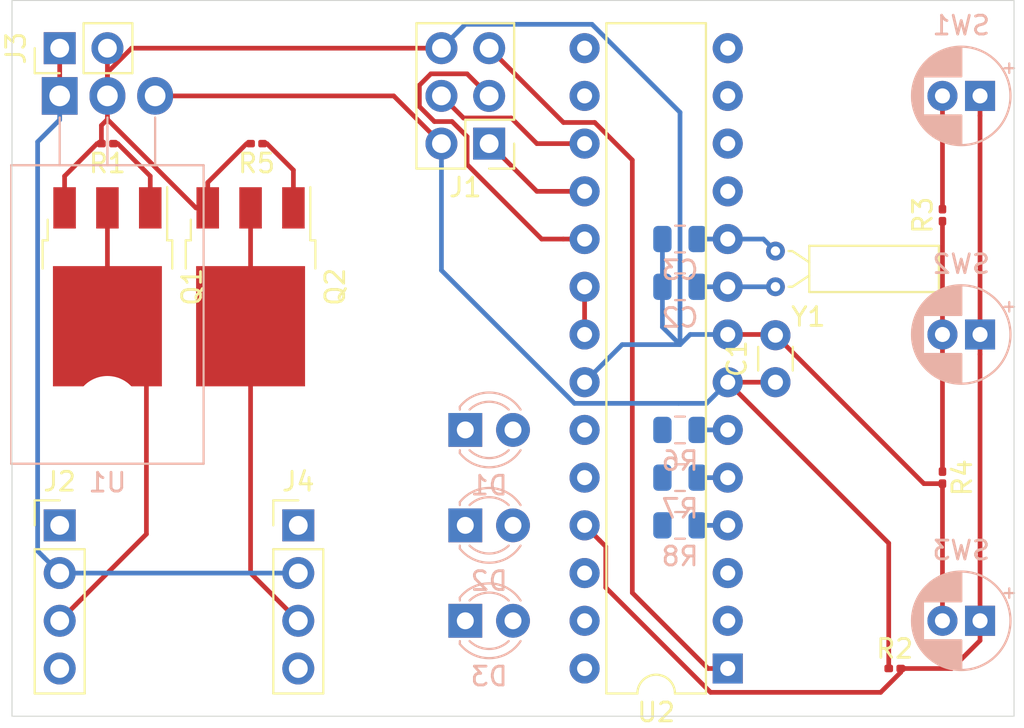
<source format=kicad_pcb>
(kicad_pcb (version 20171130) (host pcbnew 5.1.5+dfsg1-2build2)

  (general
    (thickness 1.6)
    (drawings 4)
    (tracks 116)
    (zones 0)
    (modules 26)
    (nets 27)
  )

  (page A4)
  (layers
    (0 F.Cu signal)
    (31 B.Cu signal)
    (32 B.Adhes user)
    (33 F.Adhes user)
    (34 B.Paste user)
    (35 F.Paste user)
    (36 B.SilkS user)
    (37 F.SilkS user)
    (38 B.Mask user)
    (39 F.Mask user)
    (40 Dwgs.User user)
    (41 Cmts.User user)
    (42 Eco1.User user)
    (43 Eco2.User user)
    (44 Edge.Cuts user)
    (45 Margin user)
    (46 B.CrtYd user)
    (47 F.CrtYd user)
    (48 B.Fab user)
    (49 F.Fab user hide)
  )

  (setup
    (last_trace_width 0.25)
    (trace_clearance 0.2)
    (zone_clearance 0.508)
    (zone_45_only no)
    (trace_min 0.2)
    (via_size 0.8)
    (via_drill 0.4)
    (via_min_size 0.4)
    (via_min_drill 0.3)
    (uvia_size 0.3)
    (uvia_drill 0.1)
    (uvias_allowed no)
    (uvia_min_size 0.2)
    (uvia_min_drill 0.1)
    (edge_width 0.05)
    (segment_width 0.2)
    (pcb_text_width 0.3)
    (pcb_text_size 1.5 1.5)
    (mod_edge_width 0.12)
    (mod_text_size 1 1)
    (mod_text_width 0.15)
    (pad_size 1.524 1.524)
    (pad_drill 0.762)
    (pad_to_mask_clearance 0.051)
    (solder_mask_min_width 0.25)
    (aux_axis_origin 0 0)
    (visible_elements FFFFFF7F)
    (pcbplotparams
      (layerselection 0x010fc_ffffffff)
      (usegerberextensions false)
      (usegerberattributes false)
      (usegerberadvancedattributes false)
      (creategerberjobfile false)
      (excludeedgelayer true)
      (linewidth 0.100000)
      (plotframeref false)
      (viasonmask false)
      (mode 1)
      (useauxorigin false)
      (hpglpennumber 1)
      (hpglpenspeed 20)
      (hpglpendiameter 15.000000)
      (psnegative false)
      (psa4output false)
      (plotreference true)
      (plotvalue true)
      (plotinvisibletext false)
      (padsonsilk false)
      (subtractmaskfromsilk false)
      (outputformat 1)
      (mirror false)
      (drillshape 1)
      (scaleselection 1)
      (outputdirectory ""))
  )

  (net 0 "")
  (net 1 GND)
  (net 2 /5V)
  (net 3 /RST)
  (net 4 /MOSI)
  (net 5 /SCK)
  (net 6 /12V)
  (net 7 /MISO)
  (net 8 /MOT1_PWM)
  (net 9 /MOT1_GND)
  (net 10 /MOT1_Tach)
  (net 11 /MOT2_PWM)
  (net 12 /MOT2_GND)
  (net 13 /MOT2_Tach)
  (net 14 /MOT1_En)
  (net 15 /MOT2_En)
  (net 16 /Buttons)
  (net 17 "Net-(R3-Pad2)")
  (net 18 "Net-(R3-Pad1)")
  (net 19 "Net-(D1-Pad2)")
  (net 20 "Net-(D2-Pad2)")
  (net 21 "Net-(D3-Pad2)")
  (net 22 "Net-(R6-Pad2)")
  (net 23 "Net-(R7-Pad2)")
  (net 24 "Net-(R8-Pad2)")
  (net 25 "Net-(C3-Pad2)")
  (net 26 "Net-(C2-Pad2)")

  (net_class Default "This is the default net class."
    (clearance 0.2)
    (trace_width 0.25)
    (via_dia 0.8)
    (via_drill 0.4)
    (uvia_dia 0.3)
    (uvia_drill 0.1)
    (add_net /12V)
    (add_net /5V)
    (add_net /Buttons)
    (add_net /MISO)
    (add_net /MOSI)
    (add_net /MOT1_En)
    (add_net /MOT1_GND)
    (add_net /MOT1_PWM)
    (add_net /MOT1_Tach)
    (add_net /MOT2_En)
    (add_net /MOT2_GND)
    (add_net /MOT2_PWM)
    (add_net /MOT2_Tach)
    (add_net /RST)
    (add_net /SCK)
    (add_net GND)
    (add_net "Net-(C2-Pad2)")
    (add_net "Net-(C3-Pad2)")
    (add_net "Net-(D1-Pad2)")
    (add_net "Net-(D2-Pad2)")
    (add_net "Net-(D3-Pad2)")
    (add_net "Net-(R3-Pad1)")
    (add_net "Net-(R3-Pad2)")
    (add_net "Net-(R6-Pad2)")
    (add_net "Net-(R7-Pad2)")
    (add_net "Net-(R8-Pad2)")
    (add_net "Net-(U2-Pad11)")
    (add_net "Net-(U2-Pad12)")
    (add_net "Net-(U2-Pad13)")
    (add_net "Net-(U2-Pad14)")
    (add_net "Net-(U2-Pad2)")
    (add_net "Net-(U2-Pad28)")
    (add_net "Net-(U2-Pad3)")
  )

  (module Capacitor_THT:C_Disc_D3.0mm_W1.6mm_P2.50mm (layer F.Cu) (tedit 5AE50EF0) (tstamp 5F65B188)
    (at 40.64 -43.18 90)
    (descr "C, Disc series, Radial, pin pitch=2.50mm, , diameter*width=3.0*1.6mm^2, Capacitor, http://www.vishay.com/docs/45233/krseries.pdf")
    (tags "C Disc series Radial pin pitch 2.50mm  diameter 3.0mm width 1.6mm Capacitor")
    (path /5F541931)
    (fp_text reference C1 (at 1.25 -2.05 270) (layer F.SilkS)
      (effects (font (size 1 1) (thickness 0.15)))
    )
    (fp_text value C_Small (at 1.25 2.05 270) (layer F.Fab)
      (effects (font (size 1 1) (thickness 0.15)))
    )
    (fp_text user %R (at 1.25 0 270) (layer F.Fab)
      (effects (font (size 0.6 0.6) (thickness 0.09)))
    )
    (fp_line (start 3.55 -1.05) (end -1.05 -1.05) (layer F.CrtYd) (width 0.05))
    (fp_line (start 3.55 1.05) (end 3.55 -1.05) (layer F.CrtYd) (width 0.05))
    (fp_line (start -1.05 1.05) (end 3.55 1.05) (layer F.CrtYd) (width 0.05))
    (fp_line (start -1.05 -1.05) (end -1.05 1.05) (layer F.CrtYd) (width 0.05))
    (fp_line (start 0.621 0.92) (end 1.879 0.92) (layer F.SilkS) (width 0.12))
    (fp_line (start 0.621 -0.92) (end 1.879 -0.92) (layer F.SilkS) (width 0.12))
    (fp_line (start 2.75 -0.8) (end -0.25 -0.8) (layer F.Fab) (width 0.1))
    (fp_line (start 2.75 0.8) (end 2.75 -0.8) (layer F.Fab) (width 0.1))
    (fp_line (start -0.25 0.8) (end 2.75 0.8) (layer F.Fab) (width 0.1))
    (fp_line (start -0.25 -0.8) (end -0.25 0.8) (layer F.Fab) (width 0.1))
    (pad 2 thru_hole circle (at 2.5 0 90) (size 1.6 1.6) (drill 0.8) (layers *.Cu *.Mask)
      (net 1 GND))
    (pad 1 thru_hole circle (at 0 0 90) (size 1.6 1.6) (drill 0.8) (layers *.Cu *.Mask)
      (net 2 /5V))
    (model ${KISYS3DMOD}/Capacitor_THT.3dshapes/C_Disc_D3.0mm_W1.6mm_P2.50mm.wrl
      (at (xyz 0 0 0))
      (scale (xyz 1 1 1))
      (rotate (xyz 0 0 0))
    )
  )

  (module Crystal:Crystal_C26-LF_D2.1mm_L6.5mm_Horizontal (layer F.Cu) (tedit 5A0FD1B2) (tstamp 5F6727F5)
    (at 40.64 -48.26 90)
    (descr "Crystal THT C26-LF 6.5mm length 2.06mm diameter")
    (tags ['C26-LF'])
    (path /5F6A6127)
    (fp_text reference Y1 (at -1.6 1.75) (layer F.SilkS)
      (effects (font (size 1 1) (thickness 0.15)))
    )
    (fp_text value Crystal_Small (at 3.5 1.75) (layer F.Fab)
      (effects (font (size 1 1) (thickness 0.15)))
    )
    (fp_line (start 2.8 -0.8) (end -0.9 -0.8) (layer F.CrtYd) (width 0.05))
    (fp_line (start 2.8 9.3) (end 2.8 -0.8) (layer F.CrtYd) (width 0.05))
    (fp_line (start -0.9 9.3) (end 2.8 9.3) (layer F.CrtYd) (width 0.05))
    (fp_line (start -0.9 -0.8) (end -0.9 9.3) (layer F.CrtYd) (width 0.05))
    (fp_line (start 1.9 0.9) (end 1.9 0.7) (layer F.SilkS) (width 0.12))
    (fp_line (start 1.3 1.8) (end 1.9 0.9) (layer F.SilkS) (width 0.12))
    (fp_line (start 0 0.9) (end 0 0.7) (layer F.SilkS) (width 0.12))
    (fp_line (start 0.6 1.8) (end 0 0.9) (layer F.SilkS) (width 0.12))
    (fp_line (start 2.18 1.8) (end -0.28 1.8) (layer F.SilkS) (width 0.12))
    (fp_line (start 2.18 8.7) (end 2.18 1.8) (layer F.SilkS) (width 0.12))
    (fp_line (start -0.28 8.7) (end 2.18 8.7) (layer F.SilkS) (width 0.12))
    (fp_line (start -0.28 1.8) (end -0.28 8.7) (layer F.SilkS) (width 0.12))
    (fp_line (start 1.9 1) (end 1.9 0) (layer F.Fab) (width 0.1))
    (fp_line (start 1.3 2) (end 1.9 1) (layer F.Fab) (width 0.1))
    (fp_line (start 0 1) (end 0 0) (layer F.Fab) (width 0.1))
    (fp_line (start 0.6 2) (end 0 1) (layer F.Fab) (width 0.1))
    (fp_line (start 1.98 2) (end -0.08 2) (layer F.Fab) (width 0.1))
    (fp_line (start 1.98 8.5) (end 1.98 2) (layer F.Fab) (width 0.1))
    (fp_line (start -0.08 8.5) (end 1.98 8.5) (layer F.Fab) (width 0.1))
    (fp_line (start -0.08 2) (end -0.08 8.5) (layer F.Fab) (width 0.1))
    (fp_text user %R (at 1 5.5) (layer F.Fab)
      (effects (font (size 0.7 0.7) (thickness 0.105)))
    )
    (pad 2 thru_hole circle (at 1.9 0 90) (size 1 1) (drill 0.5) (layers *.Cu *.Mask)
      (net 25 "Net-(C3-Pad2)"))
    (pad 1 thru_hole circle (at 0 0 90) (size 1 1) (drill 0.5) (layers *.Cu *.Mask)
      (net 26 "Net-(C2-Pad2)"))
    (model ${KISYS3DMOD}/Crystal.3dshapes/Crystal_C26-LF_D2.1mm_L6.5mm_Horizontal.wrl
      (at (xyz 0 0 0))
      (scale (xyz 1 1 1))
      (rotate (xyz 0 0 0))
    )
  )

  (module Capacitor_SMD:C_0805_2012Metric (layer B.Cu) (tedit 5B36C52B) (tstamp 5F67216E)
    (at 35.56 -50.8)
    (descr "Capacitor SMD 0805 (2012 Metric), square (rectangular) end terminal, IPC_7351 nominal, (Body size source: https://docs.google.com/spreadsheets/d/1BsfQQcO9C6DZCsRaXUlFlo91Tg2WpOkGARC1WS5S8t0/edit?usp=sharing), generated with kicad-footprint-generator")
    (tags capacitor)
    (path /5F6A9EA0)
    (attr smd)
    (fp_text reference C3 (at 0 1.65) (layer B.SilkS)
      (effects (font (size 1 1) (thickness 0.15)) (justify mirror))
    )
    (fp_text value C_Small (at 0 -1.65) (layer B.Fab)
      (effects (font (size 1 1) (thickness 0.15)) (justify mirror))
    )
    (fp_text user %R (at 0 0) (layer B.Fab)
      (effects (font (size 0.5 0.5) (thickness 0.08)) (justify mirror))
    )
    (fp_line (start 1.68 -0.95) (end -1.68 -0.95) (layer B.CrtYd) (width 0.05))
    (fp_line (start 1.68 0.95) (end 1.68 -0.95) (layer B.CrtYd) (width 0.05))
    (fp_line (start -1.68 0.95) (end 1.68 0.95) (layer B.CrtYd) (width 0.05))
    (fp_line (start -1.68 -0.95) (end -1.68 0.95) (layer B.CrtYd) (width 0.05))
    (fp_line (start -0.258578 -0.71) (end 0.258578 -0.71) (layer B.SilkS) (width 0.12))
    (fp_line (start -0.258578 0.71) (end 0.258578 0.71) (layer B.SilkS) (width 0.12))
    (fp_line (start 1 -0.6) (end -1 -0.6) (layer B.Fab) (width 0.1))
    (fp_line (start 1 0.6) (end 1 -0.6) (layer B.Fab) (width 0.1))
    (fp_line (start -1 0.6) (end 1 0.6) (layer B.Fab) (width 0.1))
    (fp_line (start -1 -0.6) (end -1 0.6) (layer B.Fab) (width 0.1))
    (pad 2 smd roundrect (at 0.9375 0) (size 0.975 1.4) (layers B.Cu B.Paste B.Mask) (roundrect_rratio 0.25)
      (net 25 "Net-(C3-Pad2)"))
    (pad 1 smd roundrect (at -0.9375 0) (size 0.975 1.4) (layers B.Cu B.Paste B.Mask) (roundrect_rratio 0.25)
      (net 1 GND))
    (model ${KISYS3DMOD}/Capacitor_SMD.3dshapes/C_0805_2012Metric.wrl
      (at (xyz 0 0 0))
      (scale (xyz 1 1 1))
      (rotate (xyz 0 0 0))
    )
  )

  (module Capacitor_SMD:C_0805_2012Metric (layer B.Cu) (tedit 5B36C52B) (tstamp 5F67215D)
    (at 35.56 -48.26)
    (descr "Capacitor SMD 0805 (2012 Metric), square (rectangular) end terminal, IPC_7351 nominal, (Body size source: https://docs.google.com/spreadsheets/d/1BsfQQcO9C6DZCsRaXUlFlo91Tg2WpOkGARC1WS5S8t0/edit?usp=sharing), generated with kicad-footprint-generator")
    (tags capacitor)
    (path /5F6A97C0)
    (attr smd)
    (fp_text reference C2 (at 0 1.65) (layer B.SilkS)
      (effects (font (size 1 1) (thickness 0.15)) (justify mirror))
    )
    (fp_text value C_Small (at 0 -1.65) (layer B.Fab)
      (effects (font (size 1 1) (thickness 0.15)) (justify mirror))
    )
    (fp_text user %R (at 0 0) (layer B.Fab)
      (effects (font (size 0.5 0.5) (thickness 0.08)) (justify mirror))
    )
    (fp_line (start 1.68 -0.95) (end -1.68 -0.95) (layer B.CrtYd) (width 0.05))
    (fp_line (start 1.68 0.95) (end 1.68 -0.95) (layer B.CrtYd) (width 0.05))
    (fp_line (start -1.68 0.95) (end 1.68 0.95) (layer B.CrtYd) (width 0.05))
    (fp_line (start -1.68 -0.95) (end -1.68 0.95) (layer B.CrtYd) (width 0.05))
    (fp_line (start -0.258578 -0.71) (end 0.258578 -0.71) (layer B.SilkS) (width 0.12))
    (fp_line (start -0.258578 0.71) (end 0.258578 0.71) (layer B.SilkS) (width 0.12))
    (fp_line (start 1 -0.6) (end -1 -0.6) (layer B.Fab) (width 0.1))
    (fp_line (start 1 0.6) (end 1 -0.6) (layer B.Fab) (width 0.1))
    (fp_line (start -1 0.6) (end 1 0.6) (layer B.Fab) (width 0.1))
    (fp_line (start -1 -0.6) (end -1 0.6) (layer B.Fab) (width 0.1))
    (pad 2 smd roundrect (at 0.9375 0) (size 0.975 1.4) (layers B.Cu B.Paste B.Mask) (roundrect_rratio 0.25)
      (net 26 "Net-(C2-Pad2)"))
    (pad 1 smd roundrect (at -0.9375 0) (size 0.975 1.4) (layers B.Cu B.Paste B.Mask) (roundrect_rratio 0.25)
      (net 1 GND))
    (model ${KISYS3DMOD}/Capacitor_SMD.3dshapes/C_0805_2012Metric.wrl
      (at (xyz 0 0 0))
      (scale (xyz 1 1 1))
      (rotate (xyz 0 0 0))
    )
  )

  (module Resistor_SMD:R_0805_2012Metric (layer B.Cu) (tedit 5B36C52B) (tstamp 5F6713AB)
    (at 35.56 -35.56)
    (descr "Resistor SMD 0805 (2012 Metric), square (rectangular) end terminal, IPC_7351 nominal, (Body size source: https://docs.google.com/spreadsheets/d/1BsfQQcO9C6DZCsRaXUlFlo91Tg2WpOkGARC1WS5S8t0/edit?usp=sharing), generated with kicad-footprint-generator")
    (tags resistor)
    (path /5F6AF617)
    (attr smd)
    (fp_text reference R8 (at 0 1.65) (layer B.SilkS)
      (effects (font (size 1 1) (thickness 0.15)) (justify mirror))
    )
    (fp_text value R_Small (at 0 -1.65) (layer B.Fab)
      (effects (font (size 1 1) (thickness 0.15)) (justify mirror))
    )
    (fp_text user %R (at 0 0) (layer B.Fab)
      (effects (font (size 0.5 0.5) (thickness 0.08)) (justify mirror))
    )
    (fp_line (start 1.68 -0.95) (end -1.68 -0.95) (layer B.CrtYd) (width 0.05))
    (fp_line (start 1.68 0.95) (end 1.68 -0.95) (layer B.CrtYd) (width 0.05))
    (fp_line (start -1.68 0.95) (end 1.68 0.95) (layer B.CrtYd) (width 0.05))
    (fp_line (start -1.68 -0.95) (end -1.68 0.95) (layer B.CrtYd) (width 0.05))
    (fp_line (start -0.258578 -0.71) (end 0.258578 -0.71) (layer B.SilkS) (width 0.12))
    (fp_line (start -0.258578 0.71) (end 0.258578 0.71) (layer B.SilkS) (width 0.12))
    (fp_line (start 1 -0.6) (end -1 -0.6) (layer B.Fab) (width 0.1))
    (fp_line (start 1 0.6) (end 1 -0.6) (layer B.Fab) (width 0.1))
    (fp_line (start -1 0.6) (end 1 0.6) (layer B.Fab) (width 0.1))
    (fp_line (start -1 -0.6) (end -1 0.6) (layer B.Fab) (width 0.1))
    (pad 2 smd roundrect (at 0.9375 0) (size 0.975 1.4) (layers B.Cu B.Paste B.Mask) (roundrect_rratio 0.25)
      (net 24 "Net-(R8-Pad2)"))
    (pad 1 smd roundrect (at -0.9375 0) (size 0.975 1.4) (layers B.Cu B.Paste B.Mask) (roundrect_rratio 0.25)
      (net 21 "Net-(D3-Pad2)"))
    (model ${KISYS3DMOD}/Resistor_SMD.3dshapes/R_0805_2012Metric.wrl
      (at (xyz 0 0 0))
      (scale (xyz 1 1 1))
      (rotate (xyz 0 0 0))
    )
  )

  (module Resistor_SMD:R_0805_2012Metric (layer B.Cu) (tedit 5B36C52B) (tstamp 5F67139A)
    (at 35.56 -38.1)
    (descr "Resistor SMD 0805 (2012 Metric), square (rectangular) end terminal, IPC_7351 nominal, (Body size source: https://docs.google.com/spreadsheets/d/1BsfQQcO9C6DZCsRaXUlFlo91Tg2WpOkGARC1WS5S8t0/edit?usp=sharing), generated with kicad-footprint-generator")
    (tags resistor)
    (path /5F6C91B4)
    (attr smd)
    (fp_text reference R7 (at 0 1.65) (layer B.SilkS)
      (effects (font (size 1 1) (thickness 0.15)) (justify mirror))
    )
    (fp_text value R_Small (at 0 -1.65) (layer B.Fab)
      (effects (font (size 1 1) (thickness 0.15)) (justify mirror))
    )
    (fp_text user %R (at 0 0) (layer B.Fab)
      (effects (font (size 0.5 0.5) (thickness 0.08)) (justify mirror))
    )
    (fp_line (start 1.68 -0.95) (end -1.68 -0.95) (layer B.CrtYd) (width 0.05))
    (fp_line (start 1.68 0.95) (end 1.68 -0.95) (layer B.CrtYd) (width 0.05))
    (fp_line (start -1.68 0.95) (end 1.68 0.95) (layer B.CrtYd) (width 0.05))
    (fp_line (start -1.68 -0.95) (end -1.68 0.95) (layer B.CrtYd) (width 0.05))
    (fp_line (start -0.258578 -0.71) (end 0.258578 -0.71) (layer B.SilkS) (width 0.12))
    (fp_line (start -0.258578 0.71) (end 0.258578 0.71) (layer B.SilkS) (width 0.12))
    (fp_line (start 1 -0.6) (end -1 -0.6) (layer B.Fab) (width 0.1))
    (fp_line (start 1 0.6) (end 1 -0.6) (layer B.Fab) (width 0.1))
    (fp_line (start -1 0.6) (end 1 0.6) (layer B.Fab) (width 0.1))
    (fp_line (start -1 -0.6) (end -1 0.6) (layer B.Fab) (width 0.1))
    (pad 2 smd roundrect (at 0.9375 0) (size 0.975 1.4) (layers B.Cu B.Paste B.Mask) (roundrect_rratio 0.25)
      (net 23 "Net-(R7-Pad2)"))
    (pad 1 smd roundrect (at -0.9375 0) (size 0.975 1.4) (layers B.Cu B.Paste B.Mask) (roundrect_rratio 0.25)
      (net 20 "Net-(D2-Pad2)"))
    (model ${KISYS3DMOD}/Resistor_SMD.3dshapes/R_0805_2012Metric.wrl
      (at (xyz 0 0 0))
      (scale (xyz 1 1 1))
      (rotate (xyz 0 0 0))
    )
  )

  (module Resistor_SMD:R_0805_2012Metric (layer B.Cu) (tedit 5B36C52B) (tstamp 5F671389)
    (at 35.56 -40.64)
    (descr "Resistor SMD 0805 (2012 Metric), square (rectangular) end terminal, IPC_7351 nominal, (Body size source: https://docs.google.com/spreadsheets/d/1BsfQQcO9C6DZCsRaXUlFlo91Tg2WpOkGARC1WS5S8t0/edit?usp=sharing), generated with kicad-footprint-generator")
    (tags resistor)
    (path /5F6DB724)
    (attr smd)
    (fp_text reference R6 (at 0 1.65) (layer B.SilkS)
      (effects (font (size 1 1) (thickness 0.15)) (justify mirror))
    )
    (fp_text value R_Small (at 0 -1.65) (layer B.Fab)
      (effects (font (size 1 1) (thickness 0.15)) (justify mirror))
    )
    (fp_text user %R (at 0 0) (layer B.Fab)
      (effects (font (size 0.5 0.5) (thickness 0.08)) (justify mirror))
    )
    (fp_line (start 1.68 -0.95) (end -1.68 -0.95) (layer B.CrtYd) (width 0.05))
    (fp_line (start 1.68 0.95) (end 1.68 -0.95) (layer B.CrtYd) (width 0.05))
    (fp_line (start -1.68 0.95) (end 1.68 0.95) (layer B.CrtYd) (width 0.05))
    (fp_line (start -1.68 -0.95) (end -1.68 0.95) (layer B.CrtYd) (width 0.05))
    (fp_line (start -0.258578 -0.71) (end 0.258578 -0.71) (layer B.SilkS) (width 0.12))
    (fp_line (start -0.258578 0.71) (end 0.258578 0.71) (layer B.SilkS) (width 0.12))
    (fp_line (start 1 -0.6) (end -1 -0.6) (layer B.Fab) (width 0.1))
    (fp_line (start 1 0.6) (end 1 -0.6) (layer B.Fab) (width 0.1))
    (fp_line (start -1 0.6) (end 1 0.6) (layer B.Fab) (width 0.1))
    (fp_line (start -1 -0.6) (end -1 0.6) (layer B.Fab) (width 0.1))
    (pad 2 smd roundrect (at 0.9375 0) (size 0.975 1.4) (layers B.Cu B.Paste B.Mask) (roundrect_rratio 0.25)
      (net 22 "Net-(R6-Pad2)"))
    (pad 1 smd roundrect (at -0.9375 0) (size 0.975 1.4) (layers B.Cu B.Paste B.Mask) (roundrect_rratio 0.25)
      (net 19 "Net-(D1-Pad2)"))
    (model ${KISYS3DMOD}/Resistor_SMD.3dshapes/R_0805_2012Metric.wrl
      (at (xyz 0 0 0))
      (scale (xyz 1 1 1))
      (rotate (xyz 0 0 0))
    )
  )

  (module LED_THT:LED_D3.0mm (layer B.Cu) (tedit 587A3A7B) (tstamp 5F671180)
    (at 24.13 -30.48)
    (descr "LED, diameter 3.0mm, 2 pins")
    (tags "LED diameter 3.0mm 2 pins")
    (path /5F6B03CD)
    (fp_text reference D3 (at 1.27 2.96) (layer B.SilkS)
      (effects (font (size 1 1) (thickness 0.15)) (justify mirror))
    )
    (fp_text value LED (at 1.27 -2.96) (layer B.Fab)
      (effects (font (size 1 1) (thickness 0.15)) (justify mirror))
    )
    (fp_line (start 3.7 2.25) (end -1.15 2.25) (layer B.CrtYd) (width 0.05))
    (fp_line (start 3.7 -2.25) (end 3.7 2.25) (layer B.CrtYd) (width 0.05))
    (fp_line (start -1.15 -2.25) (end 3.7 -2.25) (layer B.CrtYd) (width 0.05))
    (fp_line (start -1.15 2.25) (end -1.15 -2.25) (layer B.CrtYd) (width 0.05))
    (fp_line (start -0.29 -1.08) (end -0.29 -1.236) (layer B.SilkS) (width 0.12))
    (fp_line (start -0.29 1.236) (end -0.29 1.08) (layer B.SilkS) (width 0.12))
    (fp_line (start -0.23 1.16619) (end -0.23 -1.16619) (layer B.Fab) (width 0.1))
    (fp_circle (center 1.27 0) (end 2.77 0) (layer B.Fab) (width 0.1))
    (fp_arc (start 1.27 0) (end 0.229039 -1.08) (angle 87.9) (layer B.SilkS) (width 0.12))
    (fp_arc (start 1.27 0) (end 0.229039 1.08) (angle -87.9) (layer B.SilkS) (width 0.12))
    (fp_arc (start 1.27 0) (end -0.29 -1.235516) (angle 108.8) (layer B.SilkS) (width 0.12))
    (fp_arc (start 1.27 0) (end -0.29 1.235516) (angle -108.8) (layer B.SilkS) (width 0.12))
    (fp_arc (start 1.27 0) (end -0.23 1.16619) (angle -284.3) (layer B.Fab) (width 0.1))
    (pad 2 thru_hole circle (at 2.54 0) (size 1.8 1.8) (drill 0.9) (layers *.Cu *.Mask)
      (net 21 "Net-(D3-Pad2)"))
    (pad 1 thru_hole rect (at 0 0) (size 1.8 1.8) (drill 0.9) (layers *.Cu *.Mask)
      (net 1 GND))
    (model ${KISYS3DMOD}/LED_THT.3dshapes/LED_D3.0mm.wrl
      (at (xyz 0 0 0))
      (scale (xyz 1 1 1))
      (rotate (xyz 0 0 0))
    )
  )

  (module LED_THT:LED_D3.0mm (layer B.Cu) (tedit 587A3A7B) (tstamp 5F67116D)
    (at 24.13 -35.56)
    (descr "LED, diameter 3.0mm, 2 pins")
    (tags "LED diameter 3.0mm 2 pins")
    (path /5F6C91BA)
    (fp_text reference D2 (at 1.27 2.96) (layer B.SilkS)
      (effects (font (size 1 1) (thickness 0.15)) (justify mirror))
    )
    (fp_text value LED (at 1.27 -2.96) (layer B.Fab)
      (effects (font (size 1 1) (thickness 0.15)) (justify mirror))
    )
    (fp_line (start 3.7 2.25) (end -1.15 2.25) (layer B.CrtYd) (width 0.05))
    (fp_line (start 3.7 -2.25) (end 3.7 2.25) (layer B.CrtYd) (width 0.05))
    (fp_line (start -1.15 -2.25) (end 3.7 -2.25) (layer B.CrtYd) (width 0.05))
    (fp_line (start -1.15 2.25) (end -1.15 -2.25) (layer B.CrtYd) (width 0.05))
    (fp_line (start -0.29 -1.08) (end -0.29 -1.236) (layer B.SilkS) (width 0.12))
    (fp_line (start -0.29 1.236) (end -0.29 1.08) (layer B.SilkS) (width 0.12))
    (fp_line (start -0.23 1.16619) (end -0.23 -1.16619) (layer B.Fab) (width 0.1))
    (fp_circle (center 1.27 0) (end 2.77 0) (layer B.Fab) (width 0.1))
    (fp_arc (start 1.27 0) (end 0.229039 -1.08) (angle 87.9) (layer B.SilkS) (width 0.12))
    (fp_arc (start 1.27 0) (end 0.229039 1.08) (angle -87.9) (layer B.SilkS) (width 0.12))
    (fp_arc (start 1.27 0) (end -0.29 -1.235516) (angle 108.8) (layer B.SilkS) (width 0.12))
    (fp_arc (start 1.27 0) (end -0.29 1.235516) (angle -108.8) (layer B.SilkS) (width 0.12))
    (fp_arc (start 1.27 0) (end -0.23 1.16619) (angle -284.3) (layer B.Fab) (width 0.1))
    (pad 2 thru_hole circle (at 2.54 0) (size 1.8 1.8) (drill 0.9) (layers *.Cu *.Mask)
      (net 20 "Net-(D2-Pad2)"))
    (pad 1 thru_hole rect (at 0 0) (size 1.8 1.8) (drill 0.9) (layers *.Cu *.Mask)
      (net 1 GND))
    (model ${KISYS3DMOD}/LED_THT.3dshapes/LED_D3.0mm.wrl
      (at (xyz 0 0 0))
      (scale (xyz 1 1 1))
      (rotate (xyz 0 0 0))
    )
  )

  (module LED_THT:LED_D3.0mm (layer B.Cu) (tedit 587A3A7B) (tstamp 5F67115A)
    (at 24.13 -40.64)
    (descr "LED, diameter 3.0mm, 2 pins")
    (tags "LED diameter 3.0mm 2 pins")
    (path /5F6DB72A)
    (fp_text reference D1 (at 1.27 2.96) (layer B.SilkS)
      (effects (font (size 1 1) (thickness 0.15)) (justify mirror))
    )
    (fp_text value LED (at 1.27 -2.96) (layer B.Fab)
      (effects (font (size 1 1) (thickness 0.15)) (justify mirror))
    )
    (fp_line (start 3.7 2.25) (end -1.15 2.25) (layer B.CrtYd) (width 0.05))
    (fp_line (start 3.7 -2.25) (end 3.7 2.25) (layer B.CrtYd) (width 0.05))
    (fp_line (start -1.15 -2.25) (end 3.7 -2.25) (layer B.CrtYd) (width 0.05))
    (fp_line (start -1.15 2.25) (end -1.15 -2.25) (layer B.CrtYd) (width 0.05))
    (fp_line (start -0.29 -1.08) (end -0.29 -1.236) (layer B.SilkS) (width 0.12))
    (fp_line (start -0.29 1.236) (end -0.29 1.08) (layer B.SilkS) (width 0.12))
    (fp_line (start -0.23 1.16619) (end -0.23 -1.16619) (layer B.Fab) (width 0.1))
    (fp_circle (center 1.27 0) (end 2.77 0) (layer B.Fab) (width 0.1))
    (fp_arc (start 1.27 0) (end 0.229039 -1.08) (angle 87.9) (layer B.SilkS) (width 0.12))
    (fp_arc (start 1.27 0) (end 0.229039 1.08) (angle -87.9) (layer B.SilkS) (width 0.12))
    (fp_arc (start 1.27 0) (end -0.29 -1.235516) (angle 108.8) (layer B.SilkS) (width 0.12))
    (fp_arc (start 1.27 0) (end -0.29 1.235516) (angle -108.8) (layer B.SilkS) (width 0.12))
    (fp_arc (start 1.27 0) (end -0.23 1.16619) (angle -284.3) (layer B.Fab) (width 0.1))
    (pad 2 thru_hole circle (at 2.54 0) (size 1.8 1.8) (drill 0.9) (layers *.Cu *.Mask)
      (net 19 "Net-(D1-Pad2)"))
    (pad 1 thru_hole rect (at 0 0) (size 1.8 1.8) (drill 0.9) (layers *.Cu *.Mask)
      (net 1 GND))
    (model ${KISYS3DMOD}/LED_THT.3dshapes/LED_D3.0mm.wrl
      (at (xyz 0 0 0))
      (scale (xyz 1 1 1))
      (rotate (xyz 0 0 0))
    )
  )

  (module Package_DIP:DIP-28_W7.62mm (layer F.Cu) (tedit 5A02E8C5) (tstamp 5F65B511)
    (at 38.1 -27.94 180)
    (descr "28-lead though-hole mounted DIP package, row spacing 7.62 mm (300 mils)")
    (tags "THT DIP DIL PDIP 2.54mm 7.62mm 300mil")
    (path /5F6DB4CC)
    (fp_text reference U2 (at 3.81 -2.33) (layer F.SilkS)
      (effects (font (size 1 1) (thickness 0.15)))
    )
    (fp_text value ATmega328P-PU (at 3.81 35.35) (layer F.Fab)
      (effects (font (size 1 1) (thickness 0.15)))
    )
    (fp_text user %R (at 3.81 16.51) (layer F.Fab)
      (effects (font (size 1 1) (thickness 0.15)))
    )
    (fp_line (start 8.7 -1.55) (end -1.1 -1.55) (layer F.CrtYd) (width 0.05))
    (fp_line (start 8.7 34.55) (end 8.7 -1.55) (layer F.CrtYd) (width 0.05))
    (fp_line (start -1.1 34.55) (end 8.7 34.55) (layer F.CrtYd) (width 0.05))
    (fp_line (start -1.1 -1.55) (end -1.1 34.55) (layer F.CrtYd) (width 0.05))
    (fp_line (start 6.46 -1.33) (end 4.81 -1.33) (layer F.SilkS) (width 0.12))
    (fp_line (start 6.46 34.35) (end 6.46 -1.33) (layer F.SilkS) (width 0.12))
    (fp_line (start 1.16 34.35) (end 6.46 34.35) (layer F.SilkS) (width 0.12))
    (fp_line (start 1.16 -1.33) (end 1.16 34.35) (layer F.SilkS) (width 0.12))
    (fp_line (start 2.81 -1.33) (end 1.16 -1.33) (layer F.SilkS) (width 0.12))
    (fp_line (start 0.635 -0.27) (end 1.635 -1.27) (layer F.Fab) (width 0.1))
    (fp_line (start 0.635 34.29) (end 0.635 -0.27) (layer F.Fab) (width 0.1))
    (fp_line (start 6.985 34.29) (end 0.635 34.29) (layer F.Fab) (width 0.1))
    (fp_line (start 6.985 -1.27) (end 6.985 34.29) (layer F.Fab) (width 0.1))
    (fp_line (start 1.635 -1.27) (end 6.985 -1.27) (layer F.Fab) (width 0.1))
    (fp_arc (start 3.81 -1.33) (end 2.81 -1.33) (angle -180) (layer F.SilkS) (width 0.12))
    (pad 28 thru_hole oval (at 7.62 0 180) (size 1.6 1.6) (drill 0.8) (layers *.Cu *.Mask))
    (pad 14 thru_hole oval (at 0 33.02 180) (size 1.6 1.6) (drill 0.8) (layers *.Cu *.Mask))
    (pad 27 thru_hole oval (at 7.62 2.54 180) (size 1.6 1.6) (drill 0.8) (layers *.Cu *.Mask)
      (net 14 /MOT1_En))
    (pad 13 thru_hole oval (at 0 30.48 180) (size 1.6 1.6) (drill 0.8) (layers *.Cu *.Mask))
    (pad 26 thru_hole oval (at 7.62 5.08 180) (size 1.6 1.6) (drill 0.8) (layers *.Cu *.Mask)
      (net 15 /MOT2_En))
    (pad 12 thru_hole oval (at 0 27.94 180) (size 1.6 1.6) (drill 0.8) (layers *.Cu *.Mask))
    (pad 25 thru_hole oval (at 7.62 7.62 180) (size 1.6 1.6) (drill 0.8) (layers *.Cu *.Mask)
      (net 16 /Buttons))
    (pad 11 thru_hole oval (at 0 25.4 180) (size 1.6 1.6) (drill 0.8) (layers *.Cu *.Mask))
    (pad 24 thru_hole oval (at 7.62 10.16 180) (size 1.6 1.6) (drill 0.8) (layers *.Cu *.Mask)
      (net 13 /MOT2_Tach))
    (pad 10 thru_hole oval (at 0 22.86 180) (size 1.6 1.6) (drill 0.8) (layers *.Cu *.Mask)
      (net 25 "Net-(C3-Pad2)"))
    (pad 23 thru_hole oval (at 7.62 12.7 180) (size 1.6 1.6) (drill 0.8) (layers *.Cu *.Mask)
      (net 10 /MOT1_Tach))
    (pad 9 thru_hole oval (at 0 20.32 180) (size 1.6 1.6) (drill 0.8) (layers *.Cu *.Mask)
      (net 26 "Net-(C2-Pad2)"))
    (pad 22 thru_hole oval (at 7.62 15.24 180) (size 1.6 1.6) (drill 0.8) (layers *.Cu *.Mask)
      (net 1 GND))
    (pad 8 thru_hole oval (at 0 17.78 180) (size 1.6 1.6) (drill 0.8) (layers *.Cu *.Mask)
      (net 1 GND))
    (pad 21 thru_hole oval (at 7.62 17.78 180) (size 1.6 1.6) (drill 0.8) (layers *.Cu *.Mask)
      (net 2 /5V))
    (pad 7 thru_hole oval (at 0 15.24 180) (size 1.6 1.6) (drill 0.8) (layers *.Cu *.Mask)
      (net 2 /5V))
    (pad 20 thru_hole oval (at 7.62 20.32 180) (size 1.6 1.6) (drill 0.8) (layers *.Cu *.Mask)
      (net 2 /5V))
    (pad 6 thru_hole oval (at 0 12.7 180) (size 1.6 1.6) (drill 0.8) (layers *.Cu *.Mask)
      (net 22 "Net-(R6-Pad2)"))
    (pad 19 thru_hole oval (at 7.62 22.86 180) (size 1.6 1.6) (drill 0.8) (layers *.Cu *.Mask)
      (net 5 /SCK))
    (pad 5 thru_hole oval (at 0 10.16 180) (size 1.6 1.6) (drill 0.8) (layers *.Cu *.Mask)
      (net 23 "Net-(R7-Pad2)"))
    (pad 18 thru_hole oval (at 7.62 25.4 180) (size 1.6 1.6) (drill 0.8) (layers *.Cu *.Mask)
      (net 7 /MISO))
    (pad 4 thru_hole oval (at 0 7.62 180) (size 1.6 1.6) (drill 0.8) (layers *.Cu *.Mask)
      (net 24 "Net-(R8-Pad2)"))
    (pad 17 thru_hole oval (at 7.62 27.94 180) (size 1.6 1.6) (drill 0.8) (layers *.Cu *.Mask)
      (net 4 /MOSI))
    (pad 3 thru_hole oval (at 0 5.08 180) (size 1.6 1.6) (drill 0.8) (layers *.Cu *.Mask))
    (pad 16 thru_hole oval (at 7.62 30.48 180) (size 1.6 1.6) (drill 0.8) (layers *.Cu *.Mask)
      (net 11 /MOT2_PWM))
    (pad 2 thru_hole oval (at 0 2.54 180) (size 1.6 1.6) (drill 0.8) (layers *.Cu *.Mask))
    (pad 15 thru_hole oval (at 7.62 33.02 180) (size 1.6 1.6) (drill 0.8) (layers *.Cu *.Mask)
      (net 8 /MOT1_PWM))
    (pad 1 thru_hole rect (at 0 0 180) (size 1.6 1.6) (drill 0.8) (layers *.Cu *.Mask)
      (net 3 /RST))
    (model ${KISYS3DMOD}/Package_DIP.3dshapes/DIP-28_W7.62mm.wrl
      (at (xyz 0 0 0))
      (scale (xyz 1 1 1))
      (rotate (xyz 0 0 0))
    )
  )

  (module Package_TO_SOT_THT:TO-220-3_Horizontal_TabDown (layer B.Cu) (tedit 5AC8BA0D) (tstamp 5F65B4E1)
    (at 2.54 -58.42)
    (descr "TO-220-3, Horizontal, RM 2.54mm, see https://www.vishay.com/docs/66542/to-220-1.pdf")
    (tags "TO-220-3 Horizontal RM 2.54mm")
    (path /5F53DC92)
    (fp_text reference U1 (at 2.54 20.58) (layer B.SilkS)
      (effects (font (size 1 1) (thickness 0.15)) (justify mirror))
    )
    (fp_text value L7805 (at 2.54 -2) (layer B.Fab)
      (effects (font (size 1 1) (thickness 0.15)) (justify mirror))
    )
    (fp_text user %R (at 2.54 20.58) (layer B.Fab)
      (effects (font (size 1 1) (thickness 0.15)) (justify mirror))
    )
    (fp_line (start 7.79 19.71) (end -2.71 19.71) (layer B.CrtYd) (width 0.05))
    (fp_line (start 7.79 -1.25) (end 7.79 19.71) (layer B.CrtYd) (width 0.05))
    (fp_line (start -2.71 -1.25) (end 7.79 -1.25) (layer B.CrtYd) (width 0.05))
    (fp_line (start -2.71 19.71) (end -2.71 -1.25) (layer B.CrtYd) (width 0.05))
    (fp_line (start 5.08 3.69) (end 5.08 1.15) (layer B.SilkS) (width 0.12))
    (fp_line (start 2.54 3.69) (end 2.54 1.15) (layer B.SilkS) (width 0.12))
    (fp_line (start 0 3.69) (end 0 1.15) (layer B.SilkS) (width 0.12))
    (fp_line (start 7.66 19.58) (end 7.66 3.69) (layer B.SilkS) (width 0.12))
    (fp_line (start -2.58 19.58) (end -2.58 3.69) (layer B.SilkS) (width 0.12))
    (fp_line (start -2.58 19.58) (end 7.66 19.58) (layer B.SilkS) (width 0.12))
    (fp_line (start -2.58 3.69) (end 7.66 3.69) (layer B.SilkS) (width 0.12))
    (fp_line (start 5.08 3.81) (end 5.08 0) (layer B.Fab) (width 0.1))
    (fp_line (start 2.54 3.81) (end 2.54 0) (layer B.Fab) (width 0.1))
    (fp_line (start 0 3.81) (end 0 0) (layer B.Fab) (width 0.1))
    (fp_line (start 7.54 3.81) (end -2.46 3.81) (layer B.Fab) (width 0.1))
    (fp_line (start 7.54 13.06) (end 7.54 3.81) (layer B.Fab) (width 0.1))
    (fp_line (start -2.46 13.06) (end 7.54 13.06) (layer B.Fab) (width 0.1))
    (fp_line (start -2.46 3.81) (end -2.46 13.06) (layer B.Fab) (width 0.1))
    (fp_line (start 7.54 13.06) (end -2.46 13.06) (layer B.Fab) (width 0.1))
    (fp_line (start 7.54 19.46) (end 7.54 13.06) (layer B.Fab) (width 0.1))
    (fp_line (start -2.46 19.46) (end 7.54 19.46) (layer B.Fab) (width 0.1))
    (fp_line (start -2.46 13.06) (end -2.46 19.46) (layer B.Fab) (width 0.1))
    (fp_circle (center 2.54 16.66) (end 4.39 16.66) (layer B.Fab) (width 0.1))
    (pad 3 thru_hole oval (at 5.08 0) (size 1.905 2) (drill 1.1) (layers *.Cu *.Mask)
      (net 2 /5V))
    (pad 2 thru_hole oval (at 2.54 0) (size 1.905 2) (drill 1.1) (layers *.Cu *.Mask)
      (net 1 GND))
    (pad 1 thru_hole rect (at 0 0) (size 1.905 2) (drill 1.1) (layers *.Cu *.Mask)
      (net 6 /12V))
    (pad "" np_thru_hole oval (at 2.54 16.66) (size 3.5 3.5) (drill 3.5) (layers *.Cu *.Mask))
    (model ${KISYS3DMOD}/Package_TO_SOT_THT.3dshapes/TO-220-3_Horizontal_TabDown.wrl
      (at (xyz 0 0 0))
      (scale (xyz 1 1 1))
      (rotate (xyz 0 0 0))
    )
  )

  (module Capacitor_THT:CP_Radial_D5.0mm_P2.00mm (layer B.Cu) (tedit 5AE50EF0) (tstamp 5F65B4C1)
    (at 51.53 -30.48 180)
    (descr "CP, Radial series, Radial, pin pitch=2.00mm, , diameter=5mm, Electrolytic Capacitor")
    (tags "CP Radial series Radial pin pitch 2.00mm  diameter 5mm Electrolytic Capacitor")
    (path /5F697A44)
    (fp_text reference SW3 (at 1 3.75) (layer B.SilkS)
      (effects (font (size 1 1) (thickness 0.15)) (justify mirror))
    )
    (fp_text value SW_Push (at 1 -3.75) (layer B.Fab)
      (effects (font (size 1 1) (thickness 0.15)) (justify mirror))
    )
    (fp_text user %R (at 1 0) (layer B.Fab)
      (effects (font (size 1 1) (thickness 0.15)) (justify mirror))
    )
    (fp_line (start -1.554775 1.725) (end -1.554775 1.225) (layer B.SilkS) (width 0.12))
    (fp_line (start -1.804775 1.475) (end -1.304775 1.475) (layer B.SilkS) (width 0.12))
    (fp_line (start 3.601 0.284) (end 3.601 -0.284) (layer B.SilkS) (width 0.12))
    (fp_line (start 3.561 0.518) (end 3.561 -0.518) (layer B.SilkS) (width 0.12))
    (fp_line (start 3.521 0.677) (end 3.521 -0.677) (layer B.SilkS) (width 0.12))
    (fp_line (start 3.481 0.805) (end 3.481 -0.805) (layer B.SilkS) (width 0.12))
    (fp_line (start 3.441 0.915) (end 3.441 -0.915) (layer B.SilkS) (width 0.12))
    (fp_line (start 3.401 1.011) (end 3.401 -1.011) (layer B.SilkS) (width 0.12))
    (fp_line (start 3.361 1.098) (end 3.361 -1.098) (layer B.SilkS) (width 0.12))
    (fp_line (start 3.321 1.178) (end 3.321 -1.178) (layer B.SilkS) (width 0.12))
    (fp_line (start 3.281 1.251) (end 3.281 -1.251) (layer B.SilkS) (width 0.12))
    (fp_line (start 3.241 1.319) (end 3.241 -1.319) (layer B.SilkS) (width 0.12))
    (fp_line (start 3.201 1.383) (end 3.201 -1.383) (layer B.SilkS) (width 0.12))
    (fp_line (start 3.161 1.443) (end 3.161 -1.443) (layer B.SilkS) (width 0.12))
    (fp_line (start 3.121 1.5) (end 3.121 -1.5) (layer B.SilkS) (width 0.12))
    (fp_line (start 3.081 1.554) (end 3.081 -1.554) (layer B.SilkS) (width 0.12))
    (fp_line (start 3.041 1.605) (end 3.041 -1.605) (layer B.SilkS) (width 0.12))
    (fp_line (start 3.001 -1.04) (end 3.001 -1.653) (layer B.SilkS) (width 0.12))
    (fp_line (start 3.001 1.653) (end 3.001 1.04) (layer B.SilkS) (width 0.12))
    (fp_line (start 2.961 -1.04) (end 2.961 -1.699) (layer B.SilkS) (width 0.12))
    (fp_line (start 2.961 1.699) (end 2.961 1.04) (layer B.SilkS) (width 0.12))
    (fp_line (start 2.921 -1.04) (end 2.921 -1.743) (layer B.SilkS) (width 0.12))
    (fp_line (start 2.921 1.743) (end 2.921 1.04) (layer B.SilkS) (width 0.12))
    (fp_line (start 2.881 -1.04) (end 2.881 -1.785) (layer B.SilkS) (width 0.12))
    (fp_line (start 2.881 1.785) (end 2.881 1.04) (layer B.SilkS) (width 0.12))
    (fp_line (start 2.841 -1.04) (end 2.841 -1.826) (layer B.SilkS) (width 0.12))
    (fp_line (start 2.841 1.826) (end 2.841 1.04) (layer B.SilkS) (width 0.12))
    (fp_line (start 2.801 -1.04) (end 2.801 -1.864) (layer B.SilkS) (width 0.12))
    (fp_line (start 2.801 1.864) (end 2.801 1.04) (layer B.SilkS) (width 0.12))
    (fp_line (start 2.761 -1.04) (end 2.761 -1.901) (layer B.SilkS) (width 0.12))
    (fp_line (start 2.761 1.901) (end 2.761 1.04) (layer B.SilkS) (width 0.12))
    (fp_line (start 2.721 -1.04) (end 2.721 -1.937) (layer B.SilkS) (width 0.12))
    (fp_line (start 2.721 1.937) (end 2.721 1.04) (layer B.SilkS) (width 0.12))
    (fp_line (start 2.681 -1.04) (end 2.681 -1.971) (layer B.SilkS) (width 0.12))
    (fp_line (start 2.681 1.971) (end 2.681 1.04) (layer B.SilkS) (width 0.12))
    (fp_line (start 2.641 -1.04) (end 2.641 -2.004) (layer B.SilkS) (width 0.12))
    (fp_line (start 2.641 2.004) (end 2.641 1.04) (layer B.SilkS) (width 0.12))
    (fp_line (start 2.601 -1.04) (end 2.601 -2.035) (layer B.SilkS) (width 0.12))
    (fp_line (start 2.601 2.035) (end 2.601 1.04) (layer B.SilkS) (width 0.12))
    (fp_line (start 2.561 -1.04) (end 2.561 -2.065) (layer B.SilkS) (width 0.12))
    (fp_line (start 2.561 2.065) (end 2.561 1.04) (layer B.SilkS) (width 0.12))
    (fp_line (start 2.521 -1.04) (end 2.521 -2.095) (layer B.SilkS) (width 0.12))
    (fp_line (start 2.521 2.095) (end 2.521 1.04) (layer B.SilkS) (width 0.12))
    (fp_line (start 2.481 -1.04) (end 2.481 -2.122) (layer B.SilkS) (width 0.12))
    (fp_line (start 2.481 2.122) (end 2.481 1.04) (layer B.SilkS) (width 0.12))
    (fp_line (start 2.441 -1.04) (end 2.441 -2.149) (layer B.SilkS) (width 0.12))
    (fp_line (start 2.441 2.149) (end 2.441 1.04) (layer B.SilkS) (width 0.12))
    (fp_line (start 2.401 -1.04) (end 2.401 -2.175) (layer B.SilkS) (width 0.12))
    (fp_line (start 2.401 2.175) (end 2.401 1.04) (layer B.SilkS) (width 0.12))
    (fp_line (start 2.361 -1.04) (end 2.361 -2.2) (layer B.SilkS) (width 0.12))
    (fp_line (start 2.361 2.2) (end 2.361 1.04) (layer B.SilkS) (width 0.12))
    (fp_line (start 2.321 -1.04) (end 2.321 -2.224) (layer B.SilkS) (width 0.12))
    (fp_line (start 2.321 2.224) (end 2.321 1.04) (layer B.SilkS) (width 0.12))
    (fp_line (start 2.281 -1.04) (end 2.281 -2.247) (layer B.SilkS) (width 0.12))
    (fp_line (start 2.281 2.247) (end 2.281 1.04) (layer B.SilkS) (width 0.12))
    (fp_line (start 2.241 -1.04) (end 2.241 -2.268) (layer B.SilkS) (width 0.12))
    (fp_line (start 2.241 2.268) (end 2.241 1.04) (layer B.SilkS) (width 0.12))
    (fp_line (start 2.201 -1.04) (end 2.201 -2.29) (layer B.SilkS) (width 0.12))
    (fp_line (start 2.201 2.29) (end 2.201 1.04) (layer B.SilkS) (width 0.12))
    (fp_line (start 2.161 -1.04) (end 2.161 -2.31) (layer B.SilkS) (width 0.12))
    (fp_line (start 2.161 2.31) (end 2.161 1.04) (layer B.SilkS) (width 0.12))
    (fp_line (start 2.121 -1.04) (end 2.121 -2.329) (layer B.SilkS) (width 0.12))
    (fp_line (start 2.121 2.329) (end 2.121 1.04) (layer B.SilkS) (width 0.12))
    (fp_line (start 2.081 -1.04) (end 2.081 -2.348) (layer B.SilkS) (width 0.12))
    (fp_line (start 2.081 2.348) (end 2.081 1.04) (layer B.SilkS) (width 0.12))
    (fp_line (start 2.041 -1.04) (end 2.041 -2.365) (layer B.SilkS) (width 0.12))
    (fp_line (start 2.041 2.365) (end 2.041 1.04) (layer B.SilkS) (width 0.12))
    (fp_line (start 2.001 -1.04) (end 2.001 -2.382) (layer B.SilkS) (width 0.12))
    (fp_line (start 2.001 2.382) (end 2.001 1.04) (layer B.SilkS) (width 0.12))
    (fp_line (start 1.961 -1.04) (end 1.961 -2.398) (layer B.SilkS) (width 0.12))
    (fp_line (start 1.961 2.398) (end 1.961 1.04) (layer B.SilkS) (width 0.12))
    (fp_line (start 1.921 -1.04) (end 1.921 -2.414) (layer B.SilkS) (width 0.12))
    (fp_line (start 1.921 2.414) (end 1.921 1.04) (layer B.SilkS) (width 0.12))
    (fp_line (start 1.881 -1.04) (end 1.881 -2.428) (layer B.SilkS) (width 0.12))
    (fp_line (start 1.881 2.428) (end 1.881 1.04) (layer B.SilkS) (width 0.12))
    (fp_line (start 1.841 -1.04) (end 1.841 -2.442) (layer B.SilkS) (width 0.12))
    (fp_line (start 1.841 2.442) (end 1.841 1.04) (layer B.SilkS) (width 0.12))
    (fp_line (start 1.801 -1.04) (end 1.801 -2.455) (layer B.SilkS) (width 0.12))
    (fp_line (start 1.801 2.455) (end 1.801 1.04) (layer B.SilkS) (width 0.12))
    (fp_line (start 1.761 -1.04) (end 1.761 -2.468) (layer B.SilkS) (width 0.12))
    (fp_line (start 1.761 2.468) (end 1.761 1.04) (layer B.SilkS) (width 0.12))
    (fp_line (start 1.721 -1.04) (end 1.721 -2.48) (layer B.SilkS) (width 0.12))
    (fp_line (start 1.721 2.48) (end 1.721 1.04) (layer B.SilkS) (width 0.12))
    (fp_line (start 1.68 -1.04) (end 1.68 -2.491) (layer B.SilkS) (width 0.12))
    (fp_line (start 1.68 2.491) (end 1.68 1.04) (layer B.SilkS) (width 0.12))
    (fp_line (start 1.64 -1.04) (end 1.64 -2.501) (layer B.SilkS) (width 0.12))
    (fp_line (start 1.64 2.501) (end 1.64 1.04) (layer B.SilkS) (width 0.12))
    (fp_line (start 1.6 -1.04) (end 1.6 -2.511) (layer B.SilkS) (width 0.12))
    (fp_line (start 1.6 2.511) (end 1.6 1.04) (layer B.SilkS) (width 0.12))
    (fp_line (start 1.56 -1.04) (end 1.56 -2.52) (layer B.SilkS) (width 0.12))
    (fp_line (start 1.56 2.52) (end 1.56 1.04) (layer B.SilkS) (width 0.12))
    (fp_line (start 1.52 -1.04) (end 1.52 -2.528) (layer B.SilkS) (width 0.12))
    (fp_line (start 1.52 2.528) (end 1.52 1.04) (layer B.SilkS) (width 0.12))
    (fp_line (start 1.48 -1.04) (end 1.48 -2.536) (layer B.SilkS) (width 0.12))
    (fp_line (start 1.48 2.536) (end 1.48 1.04) (layer B.SilkS) (width 0.12))
    (fp_line (start 1.44 -1.04) (end 1.44 -2.543) (layer B.SilkS) (width 0.12))
    (fp_line (start 1.44 2.543) (end 1.44 1.04) (layer B.SilkS) (width 0.12))
    (fp_line (start 1.4 -1.04) (end 1.4 -2.55) (layer B.SilkS) (width 0.12))
    (fp_line (start 1.4 2.55) (end 1.4 1.04) (layer B.SilkS) (width 0.12))
    (fp_line (start 1.36 -1.04) (end 1.36 -2.556) (layer B.SilkS) (width 0.12))
    (fp_line (start 1.36 2.556) (end 1.36 1.04) (layer B.SilkS) (width 0.12))
    (fp_line (start 1.32 -1.04) (end 1.32 -2.561) (layer B.SilkS) (width 0.12))
    (fp_line (start 1.32 2.561) (end 1.32 1.04) (layer B.SilkS) (width 0.12))
    (fp_line (start 1.28 -1.04) (end 1.28 -2.565) (layer B.SilkS) (width 0.12))
    (fp_line (start 1.28 2.565) (end 1.28 1.04) (layer B.SilkS) (width 0.12))
    (fp_line (start 1.24 -1.04) (end 1.24 -2.569) (layer B.SilkS) (width 0.12))
    (fp_line (start 1.24 2.569) (end 1.24 1.04) (layer B.SilkS) (width 0.12))
    (fp_line (start 1.2 -1.04) (end 1.2 -2.573) (layer B.SilkS) (width 0.12))
    (fp_line (start 1.2 2.573) (end 1.2 1.04) (layer B.SilkS) (width 0.12))
    (fp_line (start 1.16 -1.04) (end 1.16 -2.576) (layer B.SilkS) (width 0.12))
    (fp_line (start 1.16 2.576) (end 1.16 1.04) (layer B.SilkS) (width 0.12))
    (fp_line (start 1.12 -1.04) (end 1.12 -2.578) (layer B.SilkS) (width 0.12))
    (fp_line (start 1.12 2.578) (end 1.12 1.04) (layer B.SilkS) (width 0.12))
    (fp_line (start 1.08 -1.04) (end 1.08 -2.579) (layer B.SilkS) (width 0.12))
    (fp_line (start 1.08 2.579) (end 1.08 1.04) (layer B.SilkS) (width 0.12))
    (fp_line (start 1.04 2.58) (end 1.04 1.04) (layer B.SilkS) (width 0.12))
    (fp_line (start 1.04 -1.04) (end 1.04 -2.58) (layer B.SilkS) (width 0.12))
    (fp_line (start 1 2.58) (end 1 1.04) (layer B.SilkS) (width 0.12))
    (fp_line (start 1 -1.04) (end 1 -2.58) (layer B.SilkS) (width 0.12))
    (fp_line (start -0.883605 1.3375) (end -0.883605 0.8375) (layer B.Fab) (width 0.1))
    (fp_line (start -1.133605 1.0875) (end -0.633605 1.0875) (layer B.Fab) (width 0.1))
    (fp_circle (center 1 0) (end 3.75 0) (layer B.CrtYd) (width 0.05))
    (fp_circle (center 1 0) (end 3.62 0) (layer B.SilkS) (width 0.12))
    (fp_circle (center 1 0) (end 3.5 0) (layer B.Fab) (width 0.1))
    (pad 2 thru_hole circle (at 2 0 180) (size 1.6 1.6) (drill 0.8) (layers *.Cu *.Mask)
      (net 1 GND))
    (pad 1 thru_hole rect (at 0 0 180) (size 1.6 1.6) (drill 0.8) (layers *.Cu *.Mask)
      (net 16 /Buttons))
    (model ${KISYS3DMOD}/Capacitor_THT.3dshapes/CP_Radial_D5.0mm_P2.00mm.wrl
      (at (xyz 0 0 0))
      (scale (xyz 1 1 1))
      (rotate (xyz 0 0 0))
    )
  )

  (module Capacitor_THT:CP_Radial_D5.0mm_P2.00mm (layer B.Cu) (tedit 5AE50EF0) (tstamp 5F65B43E)
    (at 51.53 -45.72 180)
    (descr "CP, Radial series, Radial, pin pitch=2.00mm, , diameter=5mm, Electrolytic Capacitor")
    (tags "CP Radial series Radial pin pitch 2.00mm  diameter 5mm Electrolytic Capacitor")
    (path /5F69325A)
    (fp_text reference SW2 (at 1 3.75) (layer B.SilkS)
      (effects (font (size 1 1) (thickness 0.15)) (justify mirror))
    )
    (fp_text value SW_Push (at 1 -3.75) (layer B.Fab)
      (effects (font (size 1 1) (thickness 0.15)) (justify mirror))
    )
    (fp_text user %R (at 1 0) (layer B.Fab)
      (effects (font (size 1 1) (thickness 0.15)) (justify mirror))
    )
    (fp_line (start -1.554775 1.725) (end -1.554775 1.225) (layer B.SilkS) (width 0.12))
    (fp_line (start -1.804775 1.475) (end -1.304775 1.475) (layer B.SilkS) (width 0.12))
    (fp_line (start 3.601 0.284) (end 3.601 -0.284) (layer B.SilkS) (width 0.12))
    (fp_line (start 3.561 0.518) (end 3.561 -0.518) (layer B.SilkS) (width 0.12))
    (fp_line (start 3.521 0.677) (end 3.521 -0.677) (layer B.SilkS) (width 0.12))
    (fp_line (start 3.481 0.805) (end 3.481 -0.805) (layer B.SilkS) (width 0.12))
    (fp_line (start 3.441 0.915) (end 3.441 -0.915) (layer B.SilkS) (width 0.12))
    (fp_line (start 3.401 1.011) (end 3.401 -1.011) (layer B.SilkS) (width 0.12))
    (fp_line (start 3.361 1.098) (end 3.361 -1.098) (layer B.SilkS) (width 0.12))
    (fp_line (start 3.321 1.178) (end 3.321 -1.178) (layer B.SilkS) (width 0.12))
    (fp_line (start 3.281 1.251) (end 3.281 -1.251) (layer B.SilkS) (width 0.12))
    (fp_line (start 3.241 1.319) (end 3.241 -1.319) (layer B.SilkS) (width 0.12))
    (fp_line (start 3.201 1.383) (end 3.201 -1.383) (layer B.SilkS) (width 0.12))
    (fp_line (start 3.161 1.443) (end 3.161 -1.443) (layer B.SilkS) (width 0.12))
    (fp_line (start 3.121 1.5) (end 3.121 -1.5) (layer B.SilkS) (width 0.12))
    (fp_line (start 3.081 1.554) (end 3.081 -1.554) (layer B.SilkS) (width 0.12))
    (fp_line (start 3.041 1.605) (end 3.041 -1.605) (layer B.SilkS) (width 0.12))
    (fp_line (start 3.001 -1.04) (end 3.001 -1.653) (layer B.SilkS) (width 0.12))
    (fp_line (start 3.001 1.653) (end 3.001 1.04) (layer B.SilkS) (width 0.12))
    (fp_line (start 2.961 -1.04) (end 2.961 -1.699) (layer B.SilkS) (width 0.12))
    (fp_line (start 2.961 1.699) (end 2.961 1.04) (layer B.SilkS) (width 0.12))
    (fp_line (start 2.921 -1.04) (end 2.921 -1.743) (layer B.SilkS) (width 0.12))
    (fp_line (start 2.921 1.743) (end 2.921 1.04) (layer B.SilkS) (width 0.12))
    (fp_line (start 2.881 -1.04) (end 2.881 -1.785) (layer B.SilkS) (width 0.12))
    (fp_line (start 2.881 1.785) (end 2.881 1.04) (layer B.SilkS) (width 0.12))
    (fp_line (start 2.841 -1.04) (end 2.841 -1.826) (layer B.SilkS) (width 0.12))
    (fp_line (start 2.841 1.826) (end 2.841 1.04) (layer B.SilkS) (width 0.12))
    (fp_line (start 2.801 -1.04) (end 2.801 -1.864) (layer B.SilkS) (width 0.12))
    (fp_line (start 2.801 1.864) (end 2.801 1.04) (layer B.SilkS) (width 0.12))
    (fp_line (start 2.761 -1.04) (end 2.761 -1.901) (layer B.SilkS) (width 0.12))
    (fp_line (start 2.761 1.901) (end 2.761 1.04) (layer B.SilkS) (width 0.12))
    (fp_line (start 2.721 -1.04) (end 2.721 -1.937) (layer B.SilkS) (width 0.12))
    (fp_line (start 2.721 1.937) (end 2.721 1.04) (layer B.SilkS) (width 0.12))
    (fp_line (start 2.681 -1.04) (end 2.681 -1.971) (layer B.SilkS) (width 0.12))
    (fp_line (start 2.681 1.971) (end 2.681 1.04) (layer B.SilkS) (width 0.12))
    (fp_line (start 2.641 -1.04) (end 2.641 -2.004) (layer B.SilkS) (width 0.12))
    (fp_line (start 2.641 2.004) (end 2.641 1.04) (layer B.SilkS) (width 0.12))
    (fp_line (start 2.601 -1.04) (end 2.601 -2.035) (layer B.SilkS) (width 0.12))
    (fp_line (start 2.601 2.035) (end 2.601 1.04) (layer B.SilkS) (width 0.12))
    (fp_line (start 2.561 -1.04) (end 2.561 -2.065) (layer B.SilkS) (width 0.12))
    (fp_line (start 2.561 2.065) (end 2.561 1.04) (layer B.SilkS) (width 0.12))
    (fp_line (start 2.521 -1.04) (end 2.521 -2.095) (layer B.SilkS) (width 0.12))
    (fp_line (start 2.521 2.095) (end 2.521 1.04) (layer B.SilkS) (width 0.12))
    (fp_line (start 2.481 -1.04) (end 2.481 -2.122) (layer B.SilkS) (width 0.12))
    (fp_line (start 2.481 2.122) (end 2.481 1.04) (layer B.SilkS) (width 0.12))
    (fp_line (start 2.441 -1.04) (end 2.441 -2.149) (layer B.SilkS) (width 0.12))
    (fp_line (start 2.441 2.149) (end 2.441 1.04) (layer B.SilkS) (width 0.12))
    (fp_line (start 2.401 -1.04) (end 2.401 -2.175) (layer B.SilkS) (width 0.12))
    (fp_line (start 2.401 2.175) (end 2.401 1.04) (layer B.SilkS) (width 0.12))
    (fp_line (start 2.361 -1.04) (end 2.361 -2.2) (layer B.SilkS) (width 0.12))
    (fp_line (start 2.361 2.2) (end 2.361 1.04) (layer B.SilkS) (width 0.12))
    (fp_line (start 2.321 -1.04) (end 2.321 -2.224) (layer B.SilkS) (width 0.12))
    (fp_line (start 2.321 2.224) (end 2.321 1.04) (layer B.SilkS) (width 0.12))
    (fp_line (start 2.281 -1.04) (end 2.281 -2.247) (layer B.SilkS) (width 0.12))
    (fp_line (start 2.281 2.247) (end 2.281 1.04) (layer B.SilkS) (width 0.12))
    (fp_line (start 2.241 -1.04) (end 2.241 -2.268) (layer B.SilkS) (width 0.12))
    (fp_line (start 2.241 2.268) (end 2.241 1.04) (layer B.SilkS) (width 0.12))
    (fp_line (start 2.201 -1.04) (end 2.201 -2.29) (layer B.SilkS) (width 0.12))
    (fp_line (start 2.201 2.29) (end 2.201 1.04) (layer B.SilkS) (width 0.12))
    (fp_line (start 2.161 -1.04) (end 2.161 -2.31) (layer B.SilkS) (width 0.12))
    (fp_line (start 2.161 2.31) (end 2.161 1.04) (layer B.SilkS) (width 0.12))
    (fp_line (start 2.121 -1.04) (end 2.121 -2.329) (layer B.SilkS) (width 0.12))
    (fp_line (start 2.121 2.329) (end 2.121 1.04) (layer B.SilkS) (width 0.12))
    (fp_line (start 2.081 -1.04) (end 2.081 -2.348) (layer B.SilkS) (width 0.12))
    (fp_line (start 2.081 2.348) (end 2.081 1.04) (layer B.SilkS) (width 0.12))
    (fp_line (start 2.041 -1.04) (end 2.041 -2.365) (layer B.SilkS) (width 0.12))
    (fp_line (start 2.041 2.365) (end 2.041 1.04) (layer B.SilkS) (width 0.12))
    (fp_line (start 2.001 -1.04) (end 2.001 -2.382) (layer B.SilkS) (width 0.12))
    (fp_line (start 2.001 2.382) (end 2.001 1.04) (layer B.SilkS) (width 0.12))
    (fp_line (start 1.961 -1.04) (end 1.961 -2.398) (layer B.SilkS) (width 0.12))
    (fp_line (start 1.961 2.398) (end 1.961 1.04) (layer B.SilkS) (width 0.12))
    (fp_line (start 1.921 -1.04) (end 1.921 -2.414) (layer B.SilkS) (width 0.12))
    (fp_line (start 1.921 2.414) (end 1.921 1.04) (layer B.SilkS) (width 0.12))
    (fp_line (start 1.881 -1.04) (end 1.881 -2.428) (layer B.SilkS) (width 0.12))
    (fp_line (start 1.881 2.428) (end 1.881 1.04) (layer B.SilkS) (width 0.12))
    (fp_line (start 1.841 -1.04) (end 1.841 -2.442) (layer B.SilkS) (width 0.12))
    (fp_line (start 1.841 2.442) (end 1.841 1.04) (layer B.SilkS) (width 0.12))
    (fp_line (start 1.801 -1.04) (end 1.801 -2.455) (layer B.SilkS) (width 0.12))
    (fp_line (start 1.801 2.455) (end 1.801 1.04) (layer B.SilkS) (width 0.12))
    (fp_line (start 1.761 -1.04) (end 1.761 -2.468) (layer B.SilkS) (width 0.12))
    (fp_line (start 1.761 2.468) (end 1.761 1.04) (layer B.SilkS) (width 0.12))
    (fp_line (start 1.721 -1.04) (end 1.721 -2.48) (layer B.SilkS) (width 0.12))
    (fp_line (start 1.721 2.48) (end 1.721 1.04) (layer B.SilkS) (width 0.12))
    (fp_line (start 1.68 -1.04) (end 1.68 -2.491) (layer B.SilkS) (width 0.12))
    (fp_line (start 1.68 2.491) (end 1.68 1.04) (layer B.SilkS) (width 0.12))
    (fp_line (start 1.64 -1.04) (end 1.64 -2.501) (layer B.SilkS) (width 0.12))
    (fp_line (start 1.64 2.501) (end 1.64 1.04) (layer B.SilkS) (width 0.12))
    (fp_line (start 1.6 -1.04) (end 1.6 -2.511) (layer B.SilkS) (width 0.12))
    (fp_line (start 1.6 2.511) (end 1.6 1.04) (layer B.SilkS) (width 0.12))
    (fp_line (start 1.56 -1.04) (end 1.56 -2.52) (layer B.SilkS) (width 0.12))
    (fp_line (start 1.56 2.52) (end 1.56 1.04) (layer B.SilkS) (width 0.12))
    (fp_line (start 1.52 -1.04) (end 1.52 -2.528) (layer B.SilkS) (width 0.12))
    (fp_line (start 1.52 2.528) (end 1.52 1.04) (layer B.SilkS) (width 0.12))
    (fp_line (start 1.48 -1.04) (end 1.48 -2.536) (layer B.SilkS) (width 0.12))
    (fp_line (start 1.48 2.536) (end 1.48 1.04) (layer B.SilkS) (width 0.12))
    (fp_line (start 1.44 -1.04) (end 1.44 -2.543) (layer B.SilkS) (width 0.12))
    (fp_line (start 1.44 2.543) (end 1.44 1.04) (layer B.SilkS) (width 0.12))
    (fp_line (start 1.4 -1.04) (end 1.4 -2.55) (layer B.SilkS) (width 0.12))
    (fp_line (start 1.4 2.55) (end 1.4 1.04) (layer B.SilkS) (width 0.12))
    (fp_line (start 1.36 -1.04) (end 1.36 -2.556) (layer B.SilkS) (width 0.12))
    (fp_line (start 1.36 2.556) (end 1.36 1.04) (layer B.SilkS) (width 0.12))
    (fp_line (start 1.32 -1.04) (end 1.32 -2.561) (layer B.SilkS) (width 0.12))
    (fp_line (start 1.32 2.561) (end 1.32 1.04) (layer B.SilkS) (width 0.12))
    (fp_line (start 1.28 -1.04) (end 1.28 -2.565) (layer B.SilkS) (width 0.12))
    (fp_line (start 1.28 2.565) (end 1.28 1.04) (layer B.SilkS) (width 0.12))
    (fp_line (start 1.24 -1.04) (end 1.24 -2.569) (layer B.SilkS) (width 0.12))
    (fp_line (start 1.24 2.569) (end 1.24 1.04) (layer B.SilkS) (width 0.12))
    (fp_line (start 1.2 -1.04) (end 1.2 -2.573) (layer B.SilkS) (width 0.12))
    (fp_line (start 1.2 2.573) (end 1.2 1.04) (layer B.SilkS) (width 0.12))
    (fp_line (start 1.16 -1.04) (end 1.16 -2.576) (layer B.SilkS) (width 0.12))
    (fp_line (start 1.16 2.576) (end 1.16 1.04) (layer B.SilkS) (width 0.12))
    (fp_line (start 1.12 -1.04) (end 1.12 -2.578) (layer B.SilkS) (width 0.12))
    (fp_line (start 1.12 2.578) (end 1.12 1.04) (layer B.SilkS) (width 0.12))
    (fp_line (start 1.08 -1.04) (end 1.08 -2.579) (layer B.SilkS) (width 0.12))
    (fp_line (start 1.08 2.579) (end 1.08 1.04) (layer B.SilkS) (width 0.12))
    (fp_line (start 1.04 2.58) (end 1.04 1.04) (layer B.SilkS) (width 0.12))
    (fp_line (start 1.04 -1.04) (end 1.04 -2.58) (layer B.SilkS) (width 0.12))
    (fp_line (start 1 2.58) (end 1 1.04) (layer B.SilkS) (width 0.12))
    (fp_line (start 1 -1.04) (end 1 -2.58) (layer B.SilkS) (width 0.12))
    (fp_line (start -0.883605 1.3375) (end -0.883605 0.8375) (layer B.Fab) (width 0.1))
    (fp_line (start -1.133605 1.0875) (end -0.633605 1.0875) (layer B.Fab) (width 0.1))
    (fp_circle (center 1 0) (end 3.75 0) (layer B.CrtYd) (width 0.05))
    (fp_circle (center 1 0) (end 3.62 0) (layer B.SilkS) (width 0.12))
    (fp_circle (center 1 0) (end 3.5 0) (layer B.Fab) (width 0.1))
    (pad 2 thru_hole circle (at 2 0 180) (size 1.6 1.6) (drill 0.8) (layers *.Cu *.Mask)
      (net 18 "Net-(R3-Pad1)"))
    (pad 1 thru_hole rect (at 0 0 180) (size 1.6 1.6) (drill 0.8) (layers *.Cu *.Mask)
      (net 16 /Buttons))
    (model ${KISYS3DMOD}/Capacitor_THT.3dshapes/CP_Radial_D5.0mm_P2.00mm.wrl
      (at (xyz 0 0 0))
      (scale (xyz 1 1 1))
      (rotate (xyz 0 0 0))
    )
  )

  (module Capacitor_THT:CP_Radial_D5.0mm_P2.00mm (layer B.Cu) (tedit 5AE50EF0) (tstamp 5F65B3BB)
    (at 51.53 -58.42 180)
    (descr "CP, Radial series, Radial, pin pitch=2.00mm, , diameter=5mm, Electrolytic Capacitor")
    (tags "CP Radial series Radial pin pitch 2.00mm  diameter 5mm Electrolytic Capacitor")
    (path /5F536C65)
    (fp_text reference SW1 (at 1 3.75) (layer B.SilkS)
      (effects (font (size 1 1) (thickness 0.15)) (justify mirror))
    )
    (fp_text value SW_Push (at 1 -3.75) (layer B.Fab)
      (effects (font (size 1 1) (thickness 0.15)) (justify mirror))
    )
    (fp_text user %R (at 1 0) (layer B.Fab)
      (effects (font (size 1 1) (thickness 0.15)) (justify mirror))
    )
    (fp_line (start -1.554775 1.725) (end -1.554775 1.225) (layer B.SilkS) (width 0.12))
    (fp_line (start -1.804775 1.475) (end -1.304775 1.475) (layer B.SilkS) (width 0.12))
    (fp_line (start 3.601 0.284) (end 3.601 -0.284) (layer B.SilkS) (width 0.12))
    (fp_line (start 3.561 0.518) (end 3.561 -0.518) (layer B.SilkS) (width 0.12))
    (fp_line (start 3.521 0.677) (end 3.521 -0.677) (layer B.SilkS) (width 0.12))
    (fp_line (start 3.481 0.805) (end 3.481 -0.805) (layer B.SilkS) (width 0.12))
    (fp_line (start 3.441 0.915) (end 3.441 -0.915) (layer B.SilkS) (width 0.12))
    (fp_line (start 3.401 1.011) (end 3.401 -1.011) (layer B.SilkS) (width 0.12))
    (fp_line (start 3.361 1.098) (end 3.361 -1.098) (layer B.SilkS) (width 0.12))
    (fp_line (start 3.321 1.178) (end 3.321 -1.178) (layer B.SilkS) (width 0.12))
    (fp_line (start 3.281 1.251) (end 3.281 -1.251) (layer B.SilkS) (width 0.12))
    (fp_line (start 3.241 1.319) (end 3.241 -1.319) (layer B.SilkS) (width 0.12))
    (fp_line (start 3.201 1.383) (end 3.201 -1.383) (layer B.SilkS) (width 0.12))
    (fp_line (start 3.161 1.443) (end 3.161 -1.443) (layer B.SilkS) (width 0.12))
    (fp_line (start 3.121 1.5) (end 3.121 -1.5) (layer B.SilkS) (width 0.12))
    (fp_line (start 3.081 1.554) (end 3.081 -1.554) (layer B.SilkS) (width 0.12))
    (fp_line (start 3.041 1.605) (end 3.041 -1.605) (layer B.SilkS) (width 0.12))
    (fp_line (start 3.001 -1.04) (end 3.001 -1.653) (layer B.SilkS) (width 0.12))
    (fp_line (start 3.001 1.653) (end 3.001 1.04) (layer B.SilkS) (width 0.12))
    (fp_line (start 2.961 -1.04) (end 2.961 -1.699) (layer B.SilkS) (width 0.12))
    (fp_line (start 2.961 1.699) (end 2.961 1.04) (layer B.SilkS) (width 0.12))
    (fp_line (start 2.921 -1.04) (end 2.921 -1.743) (layer B.SilkS) (width 0.12))
    (fp_line (start 2.921 1.743) (end 2.921 1.04) (layer B.SilkS) (width 0.12))
    (fp_line (start 2.881 -1.04) (end 2.881 -1.785) (layer B.SilkS) (width 0.12))
    (fp_line (start 2.881 1.785) (end 2.881 1.04) (layer B.SilkS) (width 0.12))
    (fp_line (start 2.841 -1.04) (end 2.841 -1.826) (layer B.SilkS) (width 0.12))
    (fp_line (start 2.841 1.826) (end 2.841 1.04) (layer B.SilkS) (width 0.12))
    (fp_line (start 2.801 -1.04) (end 2.801 -1.864) (layer B.SilkS) (width 0.12))
    (fp_line (start 2.801 1.864) (end 2.801 1.04) (layer B.SilkS) (width 0.12))
    (fp_line (start 2.761 -1.04) (end 2.761 -1.901) (layer B.SilkS) (width 0.12))
    (fp_line (start 2.761 1.901) (end 2.761 1.04) (layer B.SilkS) (width 0.12))
    (fp_line (start 2.721 -1.04) (end 2.721 -1.937) (layer B.SilkS) (width 0.12))
    (fp_line (start 2.721 1.937) (end 2.721 1.04) (layer B.SilkS) (width 0.12))
    (fp_line (start 2.681 -1.04) (end 2.681 -1.971) (layer B.SilkS) (width 0.12))
    (fp_line (start 2.681 1.971) (end 2.681 1.04) (layer B.SilkS) (width 0.12))
    (fp_line (start 2.641 -1.04) (end 2.641 -2.004) (layer B.SilkS) (width 0.12))
    (fp_line (start 2.641 2.004) (end 2.641 1.04) (layer B.SilkS) (width 0.12))
    (fp_line (start 2.601 -1.04) (end 2.601 -2.035) (layer B.SilkS) (width 0.12))
    (fp_line (start 2.601 2.035) (end 2.601 1.04) (layer B.SilkS) (width 0.12))
    (fp_line (start 2.561 -1.04) (end 2.561 -2.065) (layer B.SilkS) (width 0.12))
    (fp_line (start 2.561 2.065) (end 2.561 1.04) (layer B.SilkS) (width 0.12))
    (fp_line (start 2.521 -1.04) (end 2.521 -2.095) (layer B.SilkS) (width 0.12))
    (fp_line (start 2.521 2.095) (end 2.521 1.04) (layer B.SilkS) (width 0.12))
    (fp_line (start 2.481 -1.04) (end 2.481 -2.122) (layer B.SilkS) (width 0.12))
    (fp_line (start 2.481 2.122) (end 2.481 1.04) (layer B.SilkS) (width 0.12))
    (fp_line (start 2.441 -1.04) (end 2.441 -2.149) (layer B.SilkS) (width 0.12))
    (fp_line (start 2.441 2.149) (end 2.441 1.04) (layer B.SilkS) (width 0.12))
    (fp_line (start 2.401 -1.04) (end 2.401 -2.175) (layer B.SilkS) (width 0.12))
    (fp_line (start 2.401 2.175) (end 2.401 1.04) (layer B.SilkS) (width 0.12))
    (fp_line (start 2.361 -1.04) (end 2.361 -2.2) (layer B.SilkS) (width 0.12))
    (fp_line (start 2.361 2.2) (end 2.361 1.04) (layer B.SilkS) (width 0.12))
    (fp_line (start 2.321 -1.04) (end 2.321 -2.224) (layer B.SilkS) (width 0.12))
    (fp_line (start 2.321 2.224) (end 2.321 1.04) (layer B.SilkS) (width 0.12))
    (fp_line (start 2.281 -1.04) (end 2.281 -2.247) (layer B.SilkS) (width 0.12))
    (fp_line (start 2.281 2.247) (end 2.281 1.04) (layer B.SilkS) (width 0.12))
    (fp_line (start 2.241 -1.04) (end 2.241 -2.268) (layer B.SilkS) (width 0.12))
    (fp_line (start 2.241 2.268) (end 2.241 1.04) (layer B.SilkS) (width 0.12))
    (fp_line (start 2.201 -1.04) (end 2.201 -2.29) (layer B.SilkS) (width 0.12))
    (fp_line (start 2.201 2.29) (end 2.201 1.04) (layer B.SilkS) (width 0.12))
    (fp_line (start 2.161 -1.04) (end 2.161 -2.31) (layer B.SilkS) (width 0.12))
    (fp_line (start 2.161 2.31) (end 2.161 1.04) (layer B.SilkS) (width 0.12))
    (fp_line (start 2.121 -1.04) (end 2.121 -2.329) (layer B.SilkS) (width 0.12))
    (fp_line (start 2.121 2.329) (end 2.121 1.04) (layer B.SilkS) (width 0.12))
    (fp_line (start 2.081 -1.04) (end 2.081 -2.348) (layer B.SilkS) (width 0.12))
    (fp_line (start 2.081 2.348) (end 2.081 1.04) (layer B.SilkS) (width 0.12))
    (fp_line (start 2.041 -1.04) (end 2.041 -2.365) (layer B.SilkS) (width 0.12))
    (fp_line (start 2.041 2.365) (end 2.041 1.04) (layer B.SilkS) (width 0.12))
    (fp_line (start 2.001 -1.04) (end 2.001 -2.382) (layer B.SilkS) (width 0.12))
    (fp_line (start 2.001 2.382) (end 2.001 1.04) (layer B.SilkS) (width 0.12))
    (fp_line (start 1.961 -1.04) (end 1.961 -2.398) (layer B.SilkS) (width 0.12))
    (fp_line (start 1.961 2.398) (end 1.961 1.04) (layer B.SilkS) (width 0.12))
    (fp_line (start 1.921 -1.04) (end 1.921 -2.414) (layer B.SilkS) (width 0.12))
    (fp_line (start 1.921 2.414) (end 1.921 1.04) (layer B.SilkS) (width 0.12))
    (fp_line (start 1.881 -1.04) (end 1.881 -2.428) (layer B.SilkS) (width 0.12))
    (fp_line (start 1.881 2.428) (end 1.881 1.04) (layer B.SilkS) (width 0.12))
    (fp_line (start 1.841 -1.04) (end 1.841 -2.442) (layer B.SilkS) (width 0.12))
    (fp_line (start 1.841 2.442) (end 1.841 1.04) (layer B.SilkS) (width 0.12))
    (fp_line (start 1.801 -1.04) (end 1.801 -2.455) (layer B.SilkS) (width 0.12))
    (fp_line (start 1.801 2.455) (end 1.801 1.04) (layer B.SilkS) (width 0.12))
    (fp_line (start 1.761 -1.04) (end 1.761 -2.468) (layer B.SilkS) (width 0.12))
    (fp_line (start 1.761 2.468) (end 1.761 1.04) (layer B.SilkS) (width 0.12))
    (fp_line (start 1.721 -1.04) (end 1.721 -2.48) (layer B.SilkS) (width 0.12))
    (fp_line (start 1.721 2.48) (end 1.721 1.04) (layer B.SilkS) (width 0.12))
    (fp_line (start 1.68 -1.04) (end 1.68 -2.491) (layer B.SilkS) (width 0.12))
    (fp_line (start 1.68 2.491) (end 1.68 1.04) (layer B.SilkS) (width 0.12))
    (fp_line (start 1.64 -1.04) (end 1.64 -2.501) (layer B.SilkS) (width 0.12))
    (fp_line (start 1.64 2.501) (end 1.64 1.04) (layer B.SilkS) (width 0.12))
    (fp_line (start 1.6 -1.04) (end 1.6 -2.511) (layer B.SilkS) (width 0.12))
    (fp_line (start 1.6 2.511) (end 1.6 1.04) (layer B.SilkS) (width 0.12))
    (fp_line (start 1.56 -1.04) (end 1.56 -2.52) (layer B.SilkS) (width 0.12))
    (fp_line (start 1.56 2.52) (end 1.56 1.04) (layer B.SilkS) (width 0.12))
    (fp_line (start 1.52 -1.04) (end 1.52 -2.528) (layer B.SilkS) (width 0.12))
    (fp_line (start 1.52 2.528) (end 1.52 1.04) (layer B.SilkS) (width 0.12))
    (fp_line (start 1.48 -1.04) (end 1.48 -2.536) (layer B.SilkS) (width 0.12))
    (fp_line (start 1.48 2.536) (end 1.48 1.04) (layer B.SilkS) (width 0.12))
    (fp_line (start 1.44 -1.04) (end 1.44 -2.543) (layer B.SilkS) (width 0.12))
    (fp_line (start 1.44 2.543) (end 1.44 1.04) (layer B.SilkS) (width 0.12))
    (fp_line (start 1.4 -1.04) (end 1.4 -2.55) (layer B.SilkS) (width 0.12))
    (fp_line (start 1.4 2.55) (end 1.4 1.04) (layer B.SilkS) (width 0.12))
    (fp_line (start 1.36 -1.04) (end 1.36 -2.556) (layer B.SilkS) (width 0.12))
    (fp_line (start 1.36 2.556) (end 1.36 1.04) (layer B.SilkS) (width 0.12))
    (fp_line (start 1.32 -1.04) (end 1.32 -2.561) (layer B.SilkS) (width 0.12))
    (fp_line (start 1.32 2.561) (end 1.32 1.04) (layer B.SilkS) (width 0.12))
    (fp_line (start 1.28 -1.04) (end 1.28 -2.565) (layer B.SilkS) (width 0.12))
    (fp_line (start 1.28 2.565) (end 1.28 1.04) (layer B.SilkS) (width 0.12))
    (fp_line (start 1.24 -1.04) (end 1.24 -2.569) (layer B.SilkS) (width 0.12))
    (fp_line (start 1.24 2.569) (end 1.24 1.04) (layer B.SilkS) (width 0.12))
    (fp_line (start 1.2 -1.04) (end 1.2 -2.573) (layer B.SilkS) (width 0.12))
    (fp_line (start 1.2 2.573) (end 1.2 1.04) (layer B.SilkS) (width 0.12))
    (fp_line (start 1.16 -1.04) (end 1.16 -2.576) (layer B.SilkS) (width 0.12))
    (fp_line (start 1.16 2.576) (end 1.16 1.04) (layer B.SilkS) (width 0.12))
    (fp_line (start 1.12 -1.04) (end 1.12 -2.578) (layer B.SilkS) (width 0.12))
    (fp_line (start 1.12 2.578) (end 1.12 1.04) (layer B.SilkS) (width 0.12))
    (fp_line (start 1.08 -1.04) (end 1.08 -2.579) (layer B.SilkS) (width 0.12))
    (fp_line (start 1.08 2.579) (end 1.08 1.04) (layer B.SilkS) (width 0.12))
    (fp_line (start 1.04 2.58) (end 1.04 1.04) (layer B.SilkS) (width 0.12))
    (fp_line (start 1.04 -1.04) (end 1.04 -2.58) (layer B.SilkS) (width 0.12))
    (fp_line (start 1 2.58) (end 1 1.04) (layer B.SilkS) (width 0.12))
    (fp_line (start 1 -1.04) (end 1 -2.58) (layer B.SilkS) (width 0.12))
    (fp_line (start -0.883605 1.3375) (end -0.883605 0.8375) (layer B.Fab) (width 0.1))
    (fp_line (start -1.133605 1.0875) (end -0.633605 1.0875) (layer B.Fab) (width 0.1))
    (fp_circle (center 1 0) (end 3.75 0) (layer B.CrtYd) (width 0.05))
    (fp_circle (center 1 0) (end 3.62 0) (layer B.SilkS) (width 0.12))
    (fp_circle (center 1 0) (end 3.5 0) (layer B.Fab) (width 0.1))
    (pad 2 thru_hole circle (at 2 0 180) (size 1.6 1.6) (drill 0.8) (layers *.Cu *.Mask)
      (net 17 "Net-(R3-Pad2)"))
    (pad 1 thru_hole rect (at 0 0 180) (size 1.6 1.6) (drill 0.8) (layers *.Cu *.Mask)
      (net 16 /Buttons))
    (model ${KISYS3DMOD}/Capacitor_THT.3dshapes/CP_Radial_D5.0mm_P2.00mm.wrl
      (at (xyz 0 0 0))
      (scale (xyz 1 1 1))
      (rotate (xyz 0 0 0))
    )
  )

  (module Resistor_SMD:R_0201_0603Metric (layer F.Cu) (tedit 5B301BBD) (tstamp 5F65B338)
    (at 13.02 -55.88 180)
    (descr "Resistor SMD 0201 (0603 Metric), square (rectangular) end terminal, IPC_7351 nominal, (Body size source: https://www.vishay.com/docs/20052/crcw0201e3.pdf), generated with kicad-footprint-generator")
    (tags resistor)
    (path /5F689000)
    (attr smd)
    (fp_text reference R5 (at 0 -1.05) (layer F.SilkS)
      (effects (font (size 1 1) (thickness 0.15)))
    )
    (fp_text value R_Small (at 0 1.05) (layer F.Fab)
      (effects (font (size 1 1) (thickness 0.15)))
    )
    (fp_text user %R (at 0 -0.68) (layer F.Fab)
      (effects (font (size 0.25 0.25) (thickness 0.04)))
    )
    (fp_line (start 0.7 0.35) (end -0.7 0.35) (layer F.CrtYd) (width 0.05))
    (fp_line (start 0.7 -0.35) (end 0.7 0.35) (layer F.CrtYd) (width 0.05))
    (fp_line (start -0.7 -0.35) (end 0.7 -0.35) (layer F.CrtYd) (width 0.05))
    (fp_line (start -0.7 0.35) (end -0.7 -0.35) (layer F.CrtYd) (width 0.05))
    (fp_line (start 0.3 0.15) (end -0.3 0.15) (layer F.Fab) (width 0.1))
    (fp_line (start 0.3 -0.15) (end 0.3 0.15) (layer F.Fab) (width 0.1))
    (fp_line (start -0.3 -0.15) (end 0.3 -0.15) (layer F.Fab) (width 0.1))
    (fp_line (start -0.3 0.15) (end -0.3 -0.15) (layer F.Fab) (width 0.1))
    (pad 2 smd roundrect (at 0.32 0 180) (size 0.46 0.4) (layers F.Cu F.Mask) (roundrect_rratio 0.25)
      (net 1 GND))
    (pad 1 smd roundrect (at -0.32 0 180) (size 0.46 0.4) (layers F.Cu F.Mask) (roundrect_rratio 0.25)
      (net 15 /MOT2_En))
    (pad "" smd roundrect (at 0.345 0 180) (size 0.318 0.36) (layers F.Paste) (roundrect_rratio 0.25))
    (pad "" smd roundrect (at -0.345 0 180) (size 0.318 0.36) (layers F.Paste) (roundrect_rratio 0.25))
    (model ${KISYS3DMOD}/Resistor_SMD.3dshapes/R_0201_0603Metric.wrl
      (at (xyz 0 0 0))
      (scale (xyz 1 1 1))
      (rotate (xyz 0 0 0))
    )
  )

  (module Resistor_SMD:R_0201_0603Metric (layer F.Cu) (tedit 5B301BBD) (tstamp 5F65B327)
    (at 49.53 -38.1 270)
    (descr "Resistor SMD 0201 (0603 Metric), square (rectangular) end terminal, IPC_7351 nominal, (Body size source: https://www.vishay.com/docs/20052/crcw0201e3.pdf), generated with kicad-footprint-generator")
    (tags resistor)
    (path /5F6A16CD)
    (attr smd)
    (fp_text reference R4 (at 0 -1.05 90) (layer F.SilkS)
      (effects (font (size 1 1) (thickness 0.15)))
    )
    (fp_text value R_Small (at 0 1.05 90) (layer F.Fab)
      (effects (font (size 1 1) (thickness 0.15)))
    )
    (fp_text user %R (at 0 -0.68 90) (layer F.Fab)
      (effects (font (size 0.25 0.25) (thickness 0.04)))
    )
    (fp_line (start 0.7 0.35) (end -0.7 0.35) (layer F.CrtYd) (width 0.05))
    (fp_line (start 0.7 -0.35) (end 0.7 0.35) (layer F.CrtYd) (width 0.05))
    (fp_line (start -0.7 -0.35) (end 0.7 -0.35) (layer F.CrtYd) (width 0.05))
    (fp_line (start -0.7 0.35) (end -0.7 -0.35) (layer F.CrtYd) (width 0.05))
    (fp_line (start 0.3 0.15) (end -0.3 0.15) (layer F.Fab) (width 0.1))
    (fp_line (start 0.3 -0.15) (end 0.3 0.15) (layer F.Fab) (width 0.1))
    (fp_line (start -0.3 -0.15) (end 0.3 -0.15) (layer F.Fab) (width 0.1))
    (fp_line (start -0.3 0.15) (end -0.3 -0.15) (layer F.Fab) (width 0.1))
    (pad 2 smd roundrect (at 0.32 0 270) (size 0.46 0.4) (layers F.Cu F.Mask) (roundrect_rratio 0.25)
      (net 1 GND))
    (pad 1 smd roundrect (at -0.32 0 270) (size 0.46 0.4) (layers F.Cu F.Mask) (roundrect_rratio 0.25)
      (net 18 "Net-(R3-Pad1)"))
    (pad "" smd roundrect (at 0.345 0 270) (size 0.318 0.36) (layers F.Paste) (roundrect_rratio 0.25))
    (pad "" smd roundrect (at -0.345 0 270) (size 0.318 0.36) (layers F.Paste) (roundrect_rratio 0.25))
    (model ${KISYS3DMOD}/Resistor_SMD.3dshapes/R_0201_0603Metric.wrl
      (at (xyz 0 0 0))
      (scale (xyz 1 1 1))
      (rotate (xyz 0 0 0))
    )
  )

  (module Resistor_SMD:R_0201_0603Metric (layer F.Cu) (tedit 5B301BBD) (tstamp 5F65B316)
    (at 49.53 -52.07 90)
    (descr "Resistor SMD 0201 (0603 Metric), square (rectangular) end terminal, IPC_7351 nominal, (Body size source: https://www.vishay.com/docs/20052/crcw0201e3.pdf), generated with kicad-footprint-generator")
    (tags resistor)
    (path /5F69B8EA)
    (attr smd)
    (fp_text reference R3 (at 0 -1.05 90) (layer F.SilkS)
      (effects (font (size 1 1) (thickness 0.15)))
    )
    (fp_text value R_Small (at 0 1.05 90) (layer F.Fab)
      (effects (font (size 1 1) (thickness 0.15)))
    )
    (fp_text user %R (at 0 -0.68 90) (layer F.Fab)
      (effects (font (size 0.25 0.25) (thickness 0.04)))
    )
    (fp_line (start 0.7 0.35) (end -0.7 0.35) (layer F.CrtYd) (width 0.05))
    (fp_line (start 0.7 -0.35) (end 0.7 0.35) (layer F.CrtYd) (width 0.05))
    (fp_line (start -0.7 -0.35) (end 0.7 -0.35) (layer F.CrtYd) (width 0.05))
    (fp_line (start -0.7 0.35) (end -0.7 -0.35) (layer F.CrtYd) (width 0.05))
    (fp_line (start 0.3 0.15) (end -0.3 0.15) (layer F.Fab) (width 0.1))
    (fp_line (start 0.3 -0.15) (end 0.3 0.15) (layer F.Fab) (width 0.1))
    (fp_line (start -0.3 -0.15) (end 0.3 -0.15) (layer F.Fab) (width 0.1))
    (fp_line (start -0.3 0.15) (end -0.3 -0.15) (layer F.Fab) (width 0.1))
    (pad 2 smd roundrect (at 0.32 0 90) (size 0.46 0.4) (layers F.Cu F.Mask) (roundrect_rratio 0.25)
      (net 17 "Net-(R3-Pad2)"))
    (pad 1 smd roundrect (at -0.32 0 90) (size 0.46 0.4) (layers F.Cu F.Mask) (roundrect_rratio 0.25)
      (net 18 "Net-(R3-Pad1)"))
    (pad "" smd roundrect (at 0.345 0 90) (size 0.318 0.36) (layers F.Paste) (roundrect_rratio 0.25))
    (pad "" smd roundrect (at -0.345 0 90) (size 0.318 0.36) (layers F.Paste) (roundrect_rratio 0.25))
    (model ${KISYS3DMOD}/Resistor_SMD.3dshapes/R_0201_0603Metric.wrl
      (at (xyz 0 0 0))
      (scale (xyz 1 1 1))
      (rotate (xyz 0 0 0))
    )
  )

  (module Resistor_SMD:R_0201_0603Metric (layer F.Cu) (tedit 5B301BBD) (tstamp 5F65B305)
    (at 46.99 -27.94)
    (descr "Resistor SMD 0201 (0603 Metric), square (rectangular) end terminal, IPC_7351 nominal, (Body size source: https://www.vishay.com/docs/20052/crcw0201e3.pdf), generated with kicad-footprint-generator")
    (tags resistor)
    (path /5F6A7917)
    (attr smd)
    (fp_text reference R2 (at 0 -1.05) (layer F.SilkS)
      (effects (font (size 1 1) (thickness 0.15)))
    )
    (fp_text value R_Small (at 0 1.05) (layer F.Fab)
      (effects (font (size 1 1) (thickness 0.15)))
    )
    (fp_text user %R (at 0 -0.68) (layer F.Fab)
      (effects (font (size 0.25 0.25) (thickness 0.04)))
    )
    (fp_line (start 0.7 0.35) (end -0.7 0.35) (layer F.CrtYd) (width 0.05))
    (fp_line (start 0.7 -0.35) (end 0.7 0.35) (layer F.CrtYd) (width 0.05))
    (fp_line (start -0.7 -0.35) (end 0.7 -0.35) (layer F.CrtYd) (width 0.05))
    (fp_line (start -0.7 0.35) (end -0.7 -0.35) (layer F.CrtYd) (width 0.05))
    (fp_line (start 0.3 0.15) (end -0.3 0.15) (layer F.Fab) (width 0.1))
    (fp_line (start 0.3 -0.15) (end 0.3 0.15) (layer F.Fab) (width 0.1))
    (fp_line (start -0.3 -0.15) (end 0.3 -0.15) (layer F.Fab) (width 0.1))
    (fp_line (start -0.3 0.15) (end -0.3 -0.15) (layer F.Fab) (width 0.1))
    (pad 2 smd roundrect (at 0.32 0) (size 0.46 0.4) (layers F.Cu F.Mask) (roundrect_rratio 0.25)
      (net 16 /Buttons))
    (pad 1 smd roundrect (at -0.32 0) (size 0.46 0.4) (layers F.Cu F.Mask) (roundrect_rratio 0.25)
      (net 2 /5V))
    (pad "" smd roundrect (at 0.345 0) (size 0.318 0.36) (layers F.Paste) (roundrect_rratio 0.25))
    (pad "" smd roundrect (at -0.345 0) (size 0.318 0.36) (layers F.Paste) (roundrect_rratio 0.25))
    (model ${KISYS3DMOD}/Resistor_SMD.3dshapes/R_0201_0603Metric.wrl
      (at (xyz 0 0 0))
      (scale (xyz 1 1 1))
      (rotate (xyz 0 0 0))
    )
  )

  (module Resistor_SMD:R_0201_0603Metric (layer F.Cu) (tedit 5B301BBD) (tstamp 5F65B2F4)
    (at 5.08 -55.88 180)
    (descr "Resistor SMD 0201 (0603 Metric), square (rectangular) end terminal, IPC_7351 nominal, (Body size source: https://www.vishay.com/docs/20052/crcw0201e3.pdf), generated with kicad-footprint-generator")
    (tags resistor)
    (path /5F53BCC2)
    (attr smd)
    (fp_text reference R1 (at 0 -1.05) (layer F.SilkS)
      (effects (font (size 1 1) (thickness 0.15)))
    )
    (fp_text value R_Small (at 0 1.05) (layer F.Fab)
      (effects (font (size 1 1) (thickness 0.15)))
    )
    (fp_text user %R (at 0 -0.68) (layer F.Fab)
      (effects (font (size 0.25 0.25) (thickness 0.04)))
    )
    (fp_line (start 0.7 0.35) (end -0.7 0.35) (layer F.CrtYd) (width 0.05))
    (fp_line (start 0.7 -0.35) (end 0.7 0.35) (layer F.CrtYd) (width 0.05))
    (fp_line (start -0.7 -0.35) (end 0.7 -0.35) (layer F.CrtYd) (width 0.05))
    (fp_line (start -0.7 0.35) (end -0.7 -0.35) (layer F.CrtYd) (width 0.05))
    (fp_line (start 0.3 0.15) (end -0.3 0.15) (layer F.Fab) (width 0.1))
    (fp_line (start 0.3 -0.15) (end 0.3 0.15) (layer F.Fab) (width 0.1))
    (fp_line (start -0.3 -0.15) (end 0.3 -0.15) (layer F.Fab) (width 0.1))
    (fp_line (start -0.3 0.15) (end -0.3 -0.15) (layer F.Fab) (width 0.1))
    (pad 2 smd roundrect (at 0.32 0 180) (size 0.46 0.4) (layers F.Cu F.Mask) (roundrect_rratio 0.25)
      (net 1 GND))
    (pad 1 smd roundrect (at -0.32 0 180) (size 0.46 0.4) (layers F.Cu F.Mask) (roundrect_rratio 0.25)
      (net 14 /MOT1_En))
    (pad "" smd roundrect (at 0.345 0 180) (size 0.318 0.36) (layers F.Paste) (roundrect_rratio 0.25))
    (pad "" smd roundrect (at -0.345 0 180) (size 0.318 0.36) (layers F.Paste) (roundrect_rratio 0.25))
    (model ${KISYS3DMOD}/Resistor_SMD.3dshapes/R_0201_0603Metric.wrl
      (at (xyz 0 0 0))
      (scale (xyz 1 1 1))
      (rotate (xyz 0 0 0))
    )
  )

  (module Package_TO_SOT_SMD:TO-252-3_TabPin2 (layer F.Cu) (tedit 5A70F30B) (tstamp 5F65B2E3)
    (at 12.7 -48.26 270)
    (descr "TO-252 / DPAK SMD package, http://www.infineon.com/cms/en/product/packages/PG-TO252/PG-TO252-3-1/")
    (tags "DPAK TO-252 DPAK-3 TO-252-3 SOT-428")
    (path /5F688FF3)
    (attr smd)
    (fp_text reference Q2 (at 0 -4.5 90) (layer F.SilkS)
      (effects (font (size 1 1) (thickness 0.15)))
    )
    (fp_text value Q_NMOS_GDS (at 0 4.5 90) (layer F.Fab)
      (effects (font (size 1 1) (thickness 0.15)))
    )
    (fp_text user %R (at 0 0 90) (layer F.Fab)
      (effects (font (size 1 1) (thickness 0.15)))
    )
    (fp_line (start 5.55 -3.5) (end -5.55 -3.5) (layer F.CrtYd) (width 0.05))
    (fp_line (start 5.55 3.5) (end 5.55 -3.5) (layer F.CrtYd) (width 0.05))
    (fp_line (start -5.55 3.5) (end 5.55 3.5) (layer F.CrtYd) (width 0.05))
    (fp_line (start -5.55 -3.5) (end -5.55 3.5) (layer F.CrtYd) (width 0.05))
    (fp_line (start -2.47 3.18) (end -3.57 3.18) (layer F.SilkS) (width 0.12))
    (fp_line (start -2.47 3.45) (end -2.47 3.18) (layer F.SilkS) (width 0.12))
    (fp_line (start -0.97 3.45) (end -2.47 3.45) (layer F.SilkS) (width 0.12))
    (fp_line (start -2.47 -3.18) (end -5.3 -3.18) (layer F.SilkS) (width 0.12))
    (fp_line (start -2.47 -3.45) (end -2.47 -3.18) (layer F.SilkS) (width 0.12))
    (fp_line (start -0.97 -3.45) (end -2.47 -3.45) (layer F.SilkS) (width 0.12))
    (fp_line (start -4.97 2.655) (end -2.27 2.655) (layer F.Fab) (width 0.1))
    (fp_line (start -4.97 1.905) (end -4.97 2.655) (layer F.Fab) (width 0.1))
    (fp_line (start -2.27 1.905) (end -4.97 1.905) (layer F.Fab) (width 0.1))
    (fp_line (start -4.97 0.375) (end -2.27 0.375) (layer F.Fab) (width 0.1))
    (fp_line (start -4.97 -0.375) (end -4.97 0.375) (layer F.Fab) (width 0.1))
    (fp_line (start -2.27 -0.375) (end -4.97 -0.375) (layer F.Fab) (width 0.1))
    (fp_line (start -4.97 -1.905) (end -2.27 -1.905) (layer F.Fab) (width 0.1))
    (fp_line (start -4.97 -2.655) (end -4.97 -1.905) (layer F.Fab) (width 0.1))
    (fp_line (start -1.865 -2.655) (end -4.97 -2.655) (layer F.Fab) (width 0.1))
    (fp_line (start -1.27 -3.25) (end 3.95 -3.25) (layer F.Fab) (width 0.1))
    (fp_line (start -2.27 -2.25) (end -1.27 -3.25) (layer F.Fab) (width 0.1))
    (fp_line (start -2.27 3.25) (end -2.27 -2.25) (layer F.Fab) (width 0.1))
    (fp_line (start 3.95 3.25) (end -2.27 3.25) (layer F.Fab) (width 0.1))
    (fp_line (start 3.95 -3.25) (end 3.95 3.25) (layer F.Fab) (width 0.1))
    (fp_line (start 4.95 2.7) (end 3.95 2.7) (layer F.Fab) (width 0.1))
    (fp_line (start 4.95 -2.7) (end 4.95 2.7) (layer F.Fab) (width 0.1))
    (fp_line (start 3.95 -2.7) (end 4.95 -2.7) (layer F.Fab) (width 0.1))
    (pad "" smd rect (at 0.425 1.525 270) (size 3.05 2.75) (layers F.Paste))
    (pad "" smd rect (at 3.775 -1.525 270) (size 3.05 2.75) (layers F.Paste))
    (pad "" smd rect (at 0.425 -1.525 270) (size 3.05 2.75) (layers F.Paste))
    (pad "" smd rect (at 3.775 1.525 270) (size 3.05 2.75) (layers F.Paste))
    (pad 2 smd rect (at 2.1 0 270) (size 6.4 5.8) (layers F.Cu F.Mask)
      (net 12 /MOT2_GND))
    (pad 3 smd rect (at -4.2 2.28 270) (size 2.2 1.2) (layers F.Cu F.Paste F.Mask)
      (net 1 GND))
    (pad 2 smd rect (at -4.2 0 270) (size 2.2 1.2) (layers F.Cu F.Paste F.Mask)
      (net 12 /MOT2_GND))
    (pad 1 smd rect (at -4.2 -2.28 270) (size 2.2 1.2) (layers F.Cu F.Paste F.Mask)
      (net 15 /MOT2_En))
    (model ${KISYS3DMOD}/Package_TO_SOT_SMD.3dshapes/TO-252-3_TabPin2.wrl
      (at (xyz 0 0 0))
      (scale (xyz 1 1 1))
      (rotate (xyz 0 0 0))
    )
  )

  (module Package_TO_SOT_SMD:TO-252-3_TabPin2 (layer F.Cu) (tedit 5A70F30B) (tstamp 5F65B2BB)
    (at 5.08 -48.26 270)
    (descr "TO-252 / DPAK SMD package, http://www.infineon.com/cms/en/product/packages/PG-TO252/PG-TO252-3-1/")
    (tags "DPAK TO-252 DPAK-3 TO-252-3 SOT-428")
    (path /5F5385C4)
    (attr smd)
    (fp_text reference Q1 (at 0 -4.5 90) (layer F.SilkS)
      (effects (font (size 1 1) (thickness 0.15)))
    )
    (fp_text value Q_NMOS_GDS (at 0 4.5 90) (layer F.Fab)
      (effects (font (size 1 1) (thickness 0.15)))
    )
    (fp_text user %R (at 0 0 90) (layer F.Fab)
      (effects (font (size 1 1) (thickness 0.15)))
    )
    (fp_line (start 5.55 -3.5) (end -5.55 -3.5) (layer F.CrtYd) (width 0.05))
    (fp_line (start 5.55 3.5) (end 5.55 -3.5) (layer F.CrtYd) (width 0.05))
    (fp_line (start -5.55 3.5) (end 5.55 3.5) (layer F.CrtYd) (width 0.05))
    (fp_line (start -5.55 -3.5) (end -5.55 3.5) (layer F.CrtYd) (width 0.05))
    (fp_line (start -2.47 3.18) (end -3.57 3.18) (layer F.SilkS) (width 0.12))
    (fp_line (start -2.47 3.45) (end -2.47 3.18) (layer F.SilkS) (width 0.12))
    (fp_line (start -0.97 3.45) (end -2.47 3.45) (layer F.SilkS) (width 0.12))
    (fp_line (start -2.47 -3.18) (end -5.3 -3.18) (layer F.SilkS) (width 0.12))
    (fp_line (start -2.47 -3.45) (end -2.47 -3.18) (layer F.SilkS) (width 0.12))
    (fp_line (start -0.97 -3.45) (end -2.47 -3.45) (layer F.SilkS) (width 0.12))
    (fp_line (start -4.97 2.655) (end -2.27 2.655) (layer F.Fab) (width 0.1))
    (fp_line (start -4.97 1.905) (end -4.97 2.655) (layer F.Fab) (width 0.1))
    (fp_line (start -2.27 1.905) (end -4.97 1.905) (layer F.Fab) (width 0.1))
    (fp_line (start -4.97 0.375) (end -2.27 0.375) (layer F.Fab) (width 0.1))
    (fp_line (start -4.97 -0.375) (end -4.97 0.375) (layer F.Fab) (width 0.1))
    (fp_line (start -2.27 -0.375) (end -4.97 -0.375) (layer F.Fab) (width 0.1))
    (fp_line (start -4.97 -1.905) (end -2.27 -1.905) (layer F.Fab) (width 0.1))
    (fp_line (start -4.97 -2.655) (end -4.97 -1.905) (layer F.Fab) (width 0.1))
    (fp_line (start -1.865 -2.655) (end -4.97 -2.655) (layer F.Fab) (width 0.1))
    (fp_line (start -1.27 -3.25) (end 3.95 -3.25) (layer F.Fab) (width 0.1))
    (fp_line (start -2.27 -2.25) (end -1.27 -3.25) (layer F.Fab) (width 0.1))
    (fp_line (start -2.27 3.25) (end -2.27 -2.25) (layer F.Fab) (width 0.1))
    (fp_line (start 3.95 3.25) (end -2.27 3.25) (layer F.Fab) (width 0.1))
    (fp_line (start 3.95 -3.25) (end 3.95 3.25) (layer F.Fab) (width 0.1))
    (fp_line (start 4.95 2.7) (end 3.95 2.7) (layer F.Fab) (width 0.1))
    (fp_line (start 4.95 -2.7) (end 4.95 2.7) (layer F.Fab) (width 0.1))
    (fp_line (start 3.95 -2.7) (end 4.95 -2.7) (layer F.Fab) (width 0.1))
    (pad "" smd rect (at 0.425 1.525 270) (size 3.05 2.75) (layers F.Paste))
    (pad "" smd rect (at 3.775 -1.525 270) (size 3.05 2.75) (layers F.Paste))
    (pad "" smd rect (at 0.425 -1.525 270) (size 3.05 2.75) (layers F.Paste))
    (pad "" smd rect (at 3.775 1.525 270) (size 3.05 2.75) (layers F.Paste))
    (pad 2 smd rect (at 2.1 0 270) (size 6.4 5.8) (layers F.Cu F.Mask)
      (net 9 /MOT1_GND))
    (pad 3 smd rect (at -4.2 2.28 270) (size 2.2 1.2) (layers F.Cu F.Paste F.Mask)
      (net 1 GND))
    (pad 2 smd rect (at -4.2 0 270) (size 2.2 1.2) (layers F.Cu F.Paste F.Mask)
      (net 9 /MOT1_GND))
    (pad 1 smd rect (at -4.2 -2.28 270) (size 2.2 1.2) (layers F.Cu F.Paste F.Mask)
      (net 14 /MOT1_En))
    (model ${KISYS3DMOD}/Package_TO_SOT_SMD.3dshapes/TO-252-3_TabPin2.wrl
      (at (xyz 0 0 0))
      (scale (xyz 1 1 1))
      (rotate (xyz 0 0 0))
    )
  )

  (module Connector_PinHeader_2.54mm:PinHeader_1x04_P2.54mm_Vertical (layer F.Cu) (tedit 59FED5CC) (tstamp 5F65B293)
    (at 15.24 -35.56)
    (descr "Through hole straight pin header, 1x04, 2.54mm pitch, single row")
    (tags "Through hole pin header THT 1x04 2.54mm single row")
    (path /5F667086)
    (fp_text reference J4 (at 0 -2.33) (layer F.SilkS)
      (effects (font (size 1 1) (thickness 0.15)))
    )
    (fp_text value Conn_01x04 (at 0 9.95) (layer F.Fab)
      (effects (font (size 1 1) (thickness 0.15)))
    )
    (fp_text user %R (at 0 3.81 90) (layer F.Fab)
      (effects (font (size 1 1) (thickness 0.15)))
    )
    (fp_line (start 1.8 -1.8) (end -1.8 -1.8) (layer F.CrtYd) (width 0.05))
    (fp_line (start 1.8 9.4) (end 1.8 -1.8) (layer F.CrtYd) (width 0.05))
    (fp_line (start -1.8 9.4) (end 1.8 9.4) (layer F.CrtYd) (width 0.05))
    (fp_line (start -1.8 -1.8) (end -1.8 9.4) (layer F.CrtYd) (width 0.05))
    (fp_line (start -1.33 -1.33) (end 0 -1.33) (layer F.SilkS) (width 0.12))
    (fp_line (start -1.33 0) (end -1.33 -1.33) (layer F.SilkS) (width 0.12))
    (fp_line (start -1.33 1.27) (end 1.33 1.27) (layer F.SilkS) (width 0.12))
    (fp_line (start 1.33 1.27) (end 1.33 8.95) (layer F.SilkS) (width 0.12))
    (fp_line (start -1.33 1.27) (end -1.33 8.95) (layer F.SilkS) (width 0.12))
    (fp_line (start -1.33 8.95) (end 1.33 8.95) (layer F.SilkS) (width 0.12))
    (fp_line (start -1.27 -0.635) (end -0.635 -1.27) (layer F.Fab) (width 0.1))
    (fp_line (start -1.27 8.89) (end -1.27 -0.635) (layer F.Fab) (width 0.1))
    (fp_line (start 1.27 8.89) (end -1.27 8.89) (layer F.Fab) (width 0.1))
    (fp_line (start 1.27 -1.27) (end 1.27 8.89) (layer F.Fab) (width 0.1))
    (fp_line (start -0.635 -1.27) (end 1.27 -1.27) (layer F.Fab) (width 0.1))
    (pad 4 thru_hole oval (at 0 7.62) (size 1.7 1.7) (drill 1) (layers *.Cu *.Mask)
      (net 11 /MOT2_PWM))
    (pad 3 thru_hole oval (at 0 5.08) (size 1.7 1.7) (drill 1) (layers *.Cu *.Mask)
      (net 12 /MOT2_GND))
    (pad 2 thru_hole oval (at 0 2.54) (size 1.7 1.7) (drill 1) (layers *.Cu *.Mask)
      (net 6 /12V))
    (pad 1 thru_hole rect (at 0 0) (size 1.7 1.7) (drill 1) (layers *.Cu *.Mask)
      (net 13 /MOT2_Tach))
    (model ${KISYS3DMOD}/Connector_PinHeader_2.54mm.3dshapes/PinHeader_1x04_P2.54mm_Vertical.wrl
      (at (xyz 0 0 0))
      (scale (xyz 1 1 1))
      (rotate (xyz 0 0 0))
    )
  )

  (module Connector_PinHeader_2.54mm:PinHeader_1x02_P2.54mm_Vertical (layer F.Cu) (tedit 59FED5CC) (tstamp 5F65B27B)
    (at 2.54 -60.96 90)
    (descr "Through hole straight pin header, 1x02, 2.54mm pitch, single row")
    (tags "Through hole pin header THT 1x02 2.54mm single row")
    (path /5F54FEAF)
    (fp_text reference J3 (at 0 -2.33 90) (layer F.SilkS)
      (effects (font (size 1 1) (thickness 0.15)))
    )
    (fp_text value Conn_01x02 (at 0 4.87 90) (layer F.Fab)
      (effects (font (size 1 1) (thickness 0.15)))
    )
    (fp_text user %R (at 0 1.27) (layer F.Fab)
      (effects (font (size 1 1) (thickness 0.15)))
    )
    (fp_line (start 1.8 -1.8) (end -1.8 -1.8) (layer F.CrtYd) (width 0.05))
    (fp_line (start 1.8 4.35) (end 1.8 -1.8) (layer F.CrtYd) (width 0.05))
    (fp_line (start -1.8 4.35) (end 1.8 4.35) (layer F.CrtYd) (width 0.05))
    (fp_line (start -1.8 -1.8) (end -1.8 4.35) (layer F.CrtYd) (width 0.05))
    (fp_line (start -1.33 -1.33) (end 0 -1.33) (layer F.SilkS) (width 0.12))
    (fp_line (start -1.33 0) (end -1.33 -1.33) (layer F.SilkS) (width 0.12))
    (fp_line (start -1.33 1.27) (end 1.33 1.27) (layer F.SilkS) (width 0.12))
    (fp_line (start 1.33 1.27) (end 1.33 3.87) (layer F.SilkS) (width 0.12))
    (fp_line (start -1.33 1.27) (end -1.33 3.87) (layer F.SilkS) (width 0.12))
    (fp_line (start -1.33 3.87) (end 1.33 3.87) (layer F.SilkS) (width 0.12))
    (fp_line (start -1.27 -0.635) (end -0.635 -1.27) (layer F.Fab) (width 0.1))
    (fp_line (start -1.27 3.81) (end -1.27 -0.635) (layer F.Fab) (width 0.1))
    (fp_line (start 1.27 3.81) (end -1.27 3.81) (layer F.Fab) (width 0.1))
    (fp_line (start 1.27 -1.27) (end 1.27 3.81) (layer F.Fab) (width 0.1))
    (fp_line (start -0.635 -1.27) (end 1.27 -1.27) (layer F.Fab) (width 0.1))
    (pad 2 thru_hole oval (at 0 2.54 90) (size 1.7 1.7) (drill 1) (layers *.Cu *.Mask)
      (net 1 GND))
    (pad 1 thru_hole rect (at 0 0 90) (size 1.7 1.7) (drill 1) (layers *.Cu *.Mask)
      (net 6 /12V))
    (model ${KISYS3DMOD}/Connector_PinHeader_2.54mm.3dshapes/PinHeader_1x02_P2.54mm_Vertical.wrl
      (at (xyz 0 0 0))
      (scale (xyz 1 1 1))
      (rotate (xyz 0 0 0))
    )
  )

  (module Connector_PinHeader_2.54mm:PinHeader_1x04_P2.54mm_Vertical (layer F.Cu) (tedit 59FED5CC) (tstamp 5F65B265)
    (at 2.54 -35.56)
    (descr "Through hole straight pin header, 1x04, 2.54mm pitch, single row")
    (tags "Through hole pin header THT 1x04 2.54mm single row")
    (path /5F667D2C)
    (fp_text reference J2 (at 0 -2.33) (layer F.SilkS)
      (effects (font (size 1 1) (thickness 0.15)))
    )
    (fp_text value Conn_01x04 (at 0 9.95) (layer F.Fab)
      (effects (font (size 1 1) (thickness 0.15)))
    )
    (fp_text user %R (at 0 3.81 90) (layer F.Fab)
      (effects (font (size 1 1) (thickness 0.15)))
    )
    (fp_line (start 1.8 -1.8) (end -1.8 -1.8) (layer F.CrtYd) (width 0.05))
    (fp_line (start 1.8 9.4) (end 1.8 -1.8) (layer F.CrtYd) (width 0.05))
    (fp_line (start -1.8 9.4) (end 1.8 9.4) (layer F.CrtYd) (width 0.05))
    (fp_line (start -1.8 -1.8) (end -1.8 9.4) (layer F.CrtYd) (width 0.05))
    (fp_line (start -1.33 -1.33) (end 0 -1.33) (layer F.SilkS) (width 0.12))
    (fp_line (start -1.33 0) (end -1.33 -1.33) (layer F.SilkS) (width 0.12))
    (fp_line (start -1.33 1.27) (end 1.33 1.27) (layer F.SilkS) (width 0.12))
    (fp_line (start 1.33 1.27) (end 1.33 8.95) (layer F.SilkS) (width 0.12))
    (fp_line (start -1.33 1.27) (end -1.33 8.95) (layer F.SilkS) (width 0.12))
    (fp_line (start -1.33 8.95) (end 1.33 8.95) (layer F.SilkS) (width 0.12))
    (fp_line (start -1.27 -0.635) (end -0.635 -1.27) (layer F.Fab) (width 0.1))
    (fp_line (start -1.27 8.89) (end -1.27 -0.635) (layer F.Fab) (width 0.1))
    (fp_line (start 1.27 8.89) (end -1.27 8.89) (layer F.Fab) (width 0.1))
    (fp_line (start 1.27 -1.27) (end 1.27 8.89) (layer F.Fab) (width 0.1))
    (fp_line (start -0.635 -1.27) (end 1.27 -1.27) (layer F.Fab) (width 0.1))
    (pad 4 thru_hole oval (at 0 7.62) (size 1.7 1.7) (drill 1) (layers *.Cu *.Mask)
      (net 8 /MOT1_PWM))
    (pad 3 thru_hole oval (at 0 5.08) (size 1.7 1.7) (drill 1) (layers *.Cu *.Mask)
      (net 9 /MOT1_GND))
    (pad 2 thru_hole oval (at 0 2.54) (size 1.7 1.7) (drill 1) (layers *.Cu *.Mask)
      (net 6 /12V))
    (pad 1 thru_hole rect (at 0 0) (size 1.7 1.7) (drill 1) (layers *.Cu *.Mask)
      (net 10 /MOT1_Tach))
    (model ${KISYS3DMOD}/Connector_PinHeader_2.54mm.3dshapes/PinHeader_1x04_P2.54mm_Vertical.wrl
      (at (xyz 0 0 0))
      (scale (xyz 1 1 1))
      (rotate (xyz 0 0 0))
    )
  )

  (module Connector_PinHeader_2.54mm:PinHeader_2x03_P2.54mm_Vertical (layer F.Cu) (tedit 59FED5CC) (tstamp 5F65B24D)
    (at 25.4 -55.88 180)
    (descr "Through hole straight pin header, 2x03, 2.54mm pitch, double rows")
    (tags "Through hole pin header THT 2x03 2.54mm double row")
    (path /5F531BBD)
    (fp_text reference J1 (at 1.27 -2.33) (layer F.SilkS)
      (effects (font (size 1 1) (thickness 0.15)))
    )
    (fp_text value Conn_02x03_Odd_Even (at 1.27 7.41) (layer F.Fab)
      (effects (font (size 1 1) (thickness 0.15)))
    )
    (fp_text user %R (at 1.27 2.54 90) (layer F.Fab)
      (effects (font (size 1 1) (thickness 0.15)))
    )
    (fp_line (start 4.35 -1.8) (end -1.8 -1.8) (layer F.CrtYd) (width 0.05))
    (fp_line (start 4.35 6.85) (end 4.35 -1.8) (layer F.CrtYd) (width 0.05))
    (fp_line (start -1.8 6.85) (end 4.35 6.85) (layer F.CrtYd) (width 0.05))
    (fp_line (start -1.8 -1.8) (end -1.8 6.85) (layer F.CrtYd) (width 0.05))
    (fp_line (start -1.33 -1.33) (end 0 -1.33) (layer F.SilkS) (width 0.12))
    (fp_line (start -1.33 0) (end -1.33 -1.33) (layer F.SilkS) (width 0.12))
    (fp_line (start 1.27 -1.33) (end 3.87 -1.33) (layer F.SilkS) (width 0.12))
    (fp_line (start 1.27 1.27) (end 1.27 -1.33) (layer F.SilkS) (width 0.12))
    (fp_line (start -1.33 1.27) (end 1.27 1.27) (layer F.SilkS) (width 0.12))
    (fp_line (start 3.87 -1.33) (end 3.87 6.41) (layer F.SilkS) (width 0.12))
    (fp_line (start -1.33 1.27) (end -1.33 6.41) (layer F.SilkS) (width 0.12))
    (fp_line (start -1.33 6.41) (end 3.87 6.41) (layer F.SilkS) (width 0.12))
    (fp_line (start -1.27 0) (end 0 -1.27) (layer F.Fab) (width 0.1))
    (fp_line (start -1.27 6.35) (end -1.27 0) (layer F.Fab) (width 0.1))
    (fp_line (start 3.81 6.35) (end -1.27 6.35) (layer F.Fab) (width 0.1))
    (fp_line (start 3.81 -1.27) (end 3.81 6.35) (layer F.Fab) (width 0.1))
    (fp_line (start 0 -1.27) (end 3.81 -1.27) (layer F.Fab) (width 0.1))
    (pad 6 thru_hole oval (at 2.54 5.08 180) (size 1.7 1.7) (drill 1) (layers *.Cu *.Mask)
      (net 1 GND))
    (pad 5 thru_hole oval (at 0 5.08 180) (size 1.7 1.7) (drill 1) (layers *.Cu *.Mask)
      (net 3 /RST))
    (pad 4 thru_hole oval (at 2.54 2.54 180) (size 1.7 1.7) (drill 1) (layers *.Cu *.Mask)
      (net 4 /MOSI))
    (pad 3 thru_hole oval (at 0 2.54 180) (size 1.7 1.7) (drill 1) (layers *.Cu *.Mask)
      (net 5 /SCK))
    (pad 2 thru_hole oval (at 2.54 0 180) (size 1.7 1.7) (drill 1) (layers *.Cu *.Mask)
      (net 2 /5V))
    (pad 1 thru_hole rect (at 0 0 180) (size 1.7 1.7) (drill 1) (layers *.Cu *.Mask)
      (net 7 /MISO))
    (model ${KISYS3DMOD}/Connector_PinHeader_2.54mm.3dshapes/PinHeader_2x03_P2.54mm_Vertical.wrl
      (at (xyz 0 0 0))
      (scale (xyz 1 1 1))
      (rotate (xyz 0 0 0))
    )
  )

  (gr_line (start 0 -25.4) (end 0 -63.5) (layer Edge.Cuts) (width 0.05) (tstamp 5F66B73A))
  (gr_line (start 53.34 -25.4) (end 0 -25.4) (layer Edge.Cuts) (width 0.05))
  (gr_line (start 53.34 -63.5) (end 53.34 -25.4) (layer Edge.Cuts) (width 0.05))
  (gr_line (start 0 -63.5) (end 53.34 -63.5) (layer Edge.Cuts) (width 0.05))

  (segment (start 5.08 -59.67) (end 5.08 -58.42) (width 0.25) (layer F.Cu) (net 1))
  (segment (start 6.37 -60.96) (end 5.08 -59.67) (width 0.25) (layer F.Cu) (net 1))
  (segment (start 22.86 -60.96) (end 6.37 -60.96) (width 0.25) (layer F.Cu) (net 1))
  (segment (start 5.08 -60.96) (end 5.08 -58.42) (width 0.25) (layer F.Cu) (net 1))
  (segment (start 10.42 -53.81) (end 12.49 -55.88) (width 0.25) (layer F.Cu) (net 1))
  (segment (start 10.42 -52.46) (end 10.42 -53.81) (width 0.25) (layer F.Cu) (net 1))
  (segment (start 4.53 -55.88) (end 4.76 -55.88) (width 0.25) (layer F.Cu) (net 1))
  (segment (start 2.8 -54.15) (end 4.53 -55.88) (width 0.25) (layer F.Cu) (net 1))
  (segment (start 2.8 -52.46) (end 2.8 -54.15) (width 0.25) (layer F.Cu) (net 1))
  (segment (start 4.76 -56.08) (end 4.76 -55.88) (width 0.25) (layer F.Cu) (net 1))
  (segment (start 4.76 -56.85) (end 4.76 -56.08) (width 0.25) (layer F.Cu) (net 1))
  (segment (start 5.08 -57.17) (end 4.76 -56.85) (width 0.25) (layer F.Cu) (net 1))
  (segment (start 5.08 -57.17) (end 9.79 -52.46) (width 0.25) (layer F.Cu) (net 1))
  (segment (start 9.79 -52.46) (end 10.42 -52.46) (width 0.25) (layer F.Cu) (net 1))
  (segment (start 5.08 -58.42) (end 5.08 -57.17) (width 0.25) (layer F.Cu) (net 1))
  (segment (start 36.1 -45.72) (end 35.56 -45.18) (width 0.25) (layer B.Cu) (net 1))
  (segment (start 38.1 -45.72) (end 36.1 -45.72) (width 0.25) (layer B.Cu) (net 1))
  (segment (start 32.48 -45.18) (end 30.48 -43.18) (width 0.25) (layer B.Cu) (net 1))
  (segment (start 35.56 -45.18) (end 32.48 -45.18) (width 0.25) (layer B.Cu) (net 1))
  (segment (start 22.86 -60.96) (end 24.13 -62.23) (width 0.25) (layer B.Cu) (net 1))
  (segment (start 35.56 -46.31137) (end 35.56 -45.18) (width 0.25) (layer B.Cu) (net 1))
  (segment (start 35.56 -57.545002) (end 35.56 -46.31137) (width 0.25) (layer B.Cu) (net 1))
  (segment (start 30.875002 -62.23) (end 35.56 -57.545002) (width 0.25) (layer B.Cu) (net 1))
  (segment (start 24.13 -62.23) (end 30.875002 -62.23) (width 0.25) (layer B.Cu) (net 1))
  (segment (start 49.53 -30.48) (end 49.53 -37.78) (width 0.25) (layer F.Cu) (net 1))
  (segment (start 40.6 -45.72) (end 40.64 -45.68) (width 0.25) (layer F.Cu) (net 1))
  (segment (start 38.1 -45.72) (end 40.6 -45.72) (width 0.25) (layer F.Cu) (net 1))
  (segment (start 48.54 -37.78) (end 49.53 -37.78) (width 0.25) (layer F.Cu) (net 1))
  (segment (start 40.64 -45.68) (end 48.54 -37.78) (width 0.25) (layer F.Cu) (net 1))
  (segment (start 34.6225 -50.8) (end 34.6225 -48.26) (width 0.25) (layer B.Cu) (net 1))
  (segment (start 34.6225 -46.1175) (end 35.56 -45.18) (width 0.25) (layer B.Cu) (net 1))
  (segment (start 34.6225 -48.26) (end 34.6225 -46.1175) (width 0.25) (layer B.Cu) (net 1))
  (segment (start 20.32 -58.42) (end 22.86 -55.88) (width 0.25) (layer F.Cu) (net 2))
  (segment (start 7.62 -58.42) (end 20.32 -58.42) (width 0.25) (layer F.Cu) (net 2))
  (segment (start 22.86 -54.677919) (end 22.86 -55.88) (width 0.25) (layer B.Cu) (net 2))
  (segment (start 22.86 -49.134998) (end 22.86 -54.677919) (width 0.25) (layer B.Cu) (net 2))
  (segment (start 29.939999 -42.054999) (end 22.86 -49.134998) (width 0.25) (layer B.Cu) (net 2))
  (segment (start 35.484999 -42.054999) (end 29.939999 -42.054999) (width 0.25) (layer B.Cu) (net 2))
  (segment (start 46.67 -34.61) (end 38.1 -43.18) (width 0.25) (layer F.Cu) (net 2))
  (segment (start 46.67 -27.94) (end 46.67 -34.61) (width 0.25) (layer F.Cu) (net 2))
  (segment (start 38.1 -43.18) (end 40.64 -43.18) (width 0.25) (layer F.Cu) (net 2))
  (segment (start 36.974999 -42.054999) (end 38.1 -43.18) (width 0.25) (layer B.Cu) (net 2))
  (segment (start 35.484999 -42.054999) (end 36.974999 -42.054999) (width 0.25) (layer B.Cu) (net 2))
  (segment (start 30.48 -48.26) (end 30.48 -45.72) (width 0.25) (layer F.Cu) (net 2))
  (segment (start 37.05 -27.94) (end 38.1 -27.94) (width 0.25) (layer F.Cu) (net 3))
  (segment (start 33.02 -31.97) (end 37.05 -27.94) (width 0.25) (layer F.Cu) (net 3))
  (segment (start 33.02 -55.005002) (end 33.02 -31.97) (width 0.25) (layer F.Cu) (net 3))
  (segment (start 31.020001 -57.005001) (end 33.02 -55.005002) (width 0.25) (layer F.Cu) (net 3))
  (segment (start 29.354999 -57.005001) (end 31.020001 -57.005001) (width 0.25) (layer F.Cu) (net 3))
  (segment (start 25.4 -60.96) (end 29.354999 -57.005001) (width 0.25) (layer F.Cu) (net 3))
  (segment (start 24.035001 -57.244999) (end 26.575001 -57.244999) (width 0.25) (layer F.Cu) (net 4))
  (segment (start 22.86 -58.42) (end 24.035001 -57.244999) (width 0.25) (layer F.Cu) (net 4))
  (segment (start 27.94 -55.88) (end 30.48 -55.88) (width 0.25) (layer F.Cu) (net 4))
  (segment (start 26.575001 -57.244999) (end 27.94 -55.88) (width 0.25) (layer F.Cu) (net 4))
  (segment (start 23.424001 -57.055001) (end 24.224999 -56.254003) (width 0.25) (layer F.Cu) (net 5))
  (segment (start 28.194998 -50.8) (end 29.34863 -50.8) (width 0.25) (layer F.Cu) (net 5))
  (segment (start 22.485997 -57.055001) (end 23.424001 -57.055001) (width 0.25) (layer F.Cu) (net 5))
  (segment (start 24.224999 -54.769999) (end 28.194998 -50.8) (width 0.25) (layer F.Cu) (net 5))
  (segment (start 24.224999 -56.254003) (end 24.224999 -54.769999) (width 0.25) (layer F.Cu) (net 5))
  (segment (start 21.684999 -57.855999) (end 22.485997 -57.055001) (width 0.25) (layer F.Cu) (net 5))
  (segment (start 29.34863 -50.8) (end 30.48 -50.8) (width 0.25) (layer F.Cu) (net 5))
  (segment (start 22.295999 -59.595001) (end 21.684999 -58.984001) (width 0.25) (layer F.Cu) (net 5))
  (segment (start 24.224999 -59.595001) (end 22.295999 -59.595001) (width 0.25) (layer F.Cu) (net 5))
  (segment (start 21.684999 -58.984001) (end 21.684999 -57.855999) (width 0.25) (layer F.Cu) (net 5))
  (segment (start 25.4 -58.42) (end 24.224999 -59.595001) (width 0.25) (layer F.Cu) (net 5))
  (segment (start 2.54 -60.96) (end 2.54 -58.42) (width 0.25) (layer F.Cu) (net 6))
  (segment (start 2.54 -58.42) (end 2.54 -57.15) (width 0.25) (layer B.Cu) (net 6))
  (segment (start 1.690001 -33.869999) (end 2.54 -33.02) (width 0.25) (layer B.Cu) (net 6))
  (segment (start 1.364999 -34.195001) (end 1.690001 -33.869999) (width 0.25) (layer B.Cu) (net 6))
  (segment (start 1.364999 -55.974999) (end 1.364999 -34.195001) (width 0.25) (layer B.Cu) (net 6))
  (segment (start 2.54 -57.15) (end 1.364999 -55.974999) (width 0.25) (layer B.Cu) (net 6))
  (segment (start 15.24 -33.02) (end 2.54 -33.02) (width 0.25) (layer B.Cu) (net 6))
  (segment (start 25.4 -55.88) (end 27.94 -53.34) (width 0.25) (layer F.Cu) (net 7))
  (segment (start 27.94 -53.34) (end 30.48 -53.34) (width 0.25) (layer F.Cu) (net 7))
  (segment (start 5.08 -52.46) (end 5.08 -46.16) (width 0.25) (layer F.Cu) (net 9))
  (segment (start 5.08 -45.86) (end 7.62 -43.32) (width 0.25) (layer F.Cu) (net 9))
  (segment (start 3.389999 -31.329999) (end 2.54 -30.48) (width 0.25) (layer F.Cu) (net 9))
  (segment (start 7.155001 -35.095001) (end 3.389999 -31.329999) (width 0.25) (layer F.Cu) (net 9))
  (segment (start 7.155001 -43.784999) (end 7.155001 -35.095001) (width 0.25) (layer F.Cu) (net 9))
  (segment (start 5.08 -45.86) (end 7.155001 -43.784999) (width 0.25) (layer F.Cu) (net 9))
  (segment (start 5.08 -46.16) (end 5.08 -45.86) (width 0.25) (layer F.Cu) (net 9))
  (segment (start 12.7 -52.46) (end 12.7 -46.16) (width 0.25) (layer F.Cu) (net 12))
  (segment (start 12.7 -33.02) (end 15.24 -30.48) (width 0.25) (layer F.Cu) (net 12))
  (segment (start 12.7 -46.16) (end 12.7 -33.02) (width 0.25) (layer F.Cu) (net 12))
  (segment (start 5.63 -55.88) (end 5.4 -55.88) (width 0.25) (layer F.Cu) (net 14))
  (segment (start 7.36 -54.15) (end 5.63 -55.88) (width 0.25) (layer F.Cu) (net 14))
  (segment (start 7.36 -52.46) (end 7.36 -54.15) (width 0.25) (layer F.Cu) (net 14))
  (segment (start 13.57 -55.88) (end 13.34 -55.88) (width 0.25) (layer F.Cu) (net 15))
  (segment (start 14.98 -54.47) (end 13.57 -55.88) (width 0.25) (layer F.Cu) (net 15))
  (segment (start 14.98 -52.46) (end 14.98 -54.47) (width 0.25) (layer F.Cu) (net 15))
  (segment (start 51.53 -57.37) (end 51.53 -45.72) (width 0.25) (layer F.Cu) (net 16))
  (segment (start 51.53 -58.42) (end 51.53 -57.37) (width 0.25) (layer F.Cu) (net 16))
  (segment (start 51.53 -44.67) (end 51.53 -30.48) (width 0.25) (layer F.Cu) (net 16))
  (segment (start 51.53 -45.72) (end 51.53 -44.67) (width 0.25) (layer F.Cu) (net 16))
  (segment (start 50.04 -27.94) (end 47.54 -27.94) (width 0.25) (layer F.Cu) (net 16))
  (segment (start 51.53 -29.43) (end 50.04 -27.94) (width 0.25) (layer F.Cu) (net 16))
  (segment (start 47.54 -27.94) (end 47.31 -27.94) (width 0.25) (layer F.Cu) (net 16))
  (segment (start 51.53 -30.48) (end 51.53 -29.43) (width 0.25) (layer F.Cu) (net 16))
  (segment (start 47.31 -27.74) (end 46.24 -26.67) (width 0.25) (layer F.Cu) (net 16))
  (segment (start 47.31 -27.94) (end 47.31 -27.74) (width 0.25) (layer F.Cu) (net 16))
  (segment (start 31.605001 -34.434999) (end 31.279999 -34.760001) (width 0.25) (layer F.Cu) (net 16))
  (segment (start 31.605001 -32.249997) (end 31.605001 -34.434999) (width 0.25) (layer F.Cu) (net 16))
  (segment (start 31.279999 -34.760001) (end 30.48 -35.56) (width 0.25) (layer F.Cu) (net 16))
  (segment (start 37.184998 -26.67) (end 31.605001 -32.249997) (width 0.25) (layer F.Cu) (net 16))
  (segment (start 46.24 -26.67) (end 37.184998 -26.67) (width 0.25) (layer F.Cu) (net 16))
  (segment (start 49.53 -52.39) (end 49.53 -58.42) (width 0.25) (layer F.Cu) (net 17))
  (segment (start 49.53 -38.42) (end 49.53 -45.72) (width 0.25) (layer F.Cu) (net 18))
  (segment (start 49.53 -45.72) (end 49.53 -51.75) (width 0.25) (layer F.Cu) (net 18))
  (segment (start 36.4975 -40.64) (end 38.1 -40.64) (width 0.25) (layer B.Cu) (net 22))
  (segment (start 36.4975 -38.1) (end 38.1 -38.1) (width 0.25) (layer B.Cu) (net 23))
  (segment (start 36.4975 -35.56) (end 38.1 -35.56) (width 0.25) (layer B.Cu) (net 24))
  (segment (start 36.4975 -50.8) (end 38.1 -50.8) (width 0.25) (layer B.Cu) (net 25))
  (segment (start 40 -50.8) (end 40.64 -50.16) (width 0.25) (layer B.Cu) (net 25))
  (segment (start 38.1 -50.8) (end 40 -50.8) (width 0.25) (layer B.Cu) (net 25))
  (segment (start 40.64 -48.26) (end 38.1 -48.26) (width 0.25) (layer B.Cu) (net 26))
  (segment (start 36.4975 -48.26) (end 38.1 -48.26) (width 0.25) (layer B.Cu) (net 26))

)

</source>
